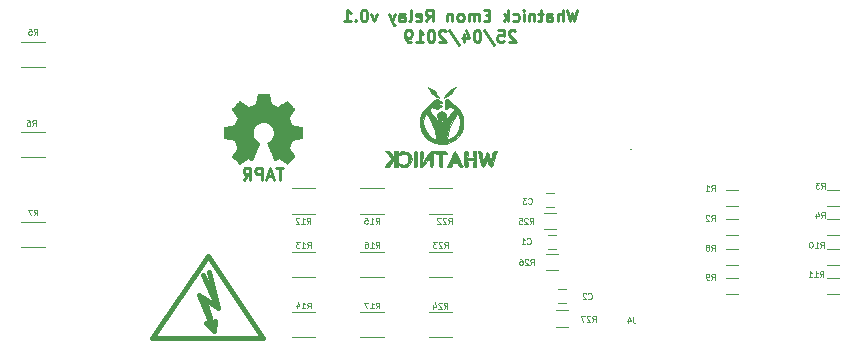
<source format=gbo>
G04 #@! TF.GenerationSoftware,KiCad,Pcbnew,(2018-02-15 revision 29b28de31)-makepkg*
G04 #@! TF.CreationDate,2019-05-03T22:38:47+03:00*
G04 #@! TF.ProjectId,din_power_atm90e26,64696E5F706F7765725F61746D393065,rev?*
G04 #@! TF.SameCoordinates,Original*
G04 #@! TF.FileFunction,Legend,Bot*
G04 #@! TF.FilePolarity,Positive*
%FSLAX46Y46*%
G04 Gerber Fmt 4.6, Leading zero omitted, Abs format (unit mm)*
G04 Created by KiCad (PCBNEW (2018-02-15 revision 29b28de31)-makepkg) date 05/03/19 22:38:47*
%MOMM*%
%LPD*%
G01*
G04 APERTURE LIST*
%ADD10C,0.250000*%
%ADD11C,0.381000*%
%ADD12C,0.127000*%
%ADD13C,0.010000*%
%ADD14C,0.120000*%
G04 APERTURE END LIST*
D10*
X138664285Y-62302380D02*
X138092857Y-62302380D01*
X138378571Y-63302380D02*
X138378571Y-62302380D01*
X137807142Y-63016666D02*
X137330952Y-63016666D01*
X137902380Y-63302380D02*
X137569047Y-62302380D01*
X137235714Y-63302380D01*
X136902380Y-63302380D02*
X136902380Y-62302380D01*
X136521428Y-62302380D01*
X136426190Y-62350000D01*
X136378571Y-62397619D01*
X136330952Y-62492857D01*
X136330952Y-62635714D01*
X136378571Y-62730952D01*
X136426190Y-62778571D01*
X136521428Y-62826190D01*
X136902380Y-62826190D01*
X135330952Y-63302380D02*
X135664285Y-62826190D01*
X135902380Y-63302380D02*
X135902380Y-62302380D01*
X135521428Y-62302380D01*
X135426190Y-62350000D01*
X135378571Y-62397619D01*
X135330952Y-62492857D01*
X135330952Y-62635714D01*
X135378571Y-62730952D01*
X135426190Y-62778571D01*
X135521428Y-62826190D01*
X135902380Y-62826190D01*
X163574761Y-48894780D02*
X163336666Y-49894780D01*
X163146190Y-49180495D01*
X162955714Y-49894780D01*
X162717619Y-48894780D01*
X162336666Y-49894780D02*
X162336666Y-48894780D01*
X161908095Y-49894780D02*
X161908095Y-49370971D01*
X161955714Y-49275733D01*
X162050952Y-49228114D01*
X162193809Y-49228114D01*
X162289047Y-49275733D01*
X162336666Y-49323352D01*
X161003333Y-49894780D02*
X161003333Y-49370971D01*
X161050952Y-49275733D01*
X161146190Y-49228114D01*
X161336666Y-49228114D01*
X161431904Y-49275733D01*
X161003333Y-49847161D02*
X161098571Y-49894780D01*
X161336666Y-49894780D01*
X161431904Y-49847161D01*
X161479523Y-49751923D01*
X161479523Y-49656685D01*
X161431904Y-49561447D01*
X161336666Y-49513828D01*
X161098571Y-49513828D01*
X161003333Y-49466209D01*
X160670000Y-49228114D02*
X160289047Y-49228114D01*
X160527142Y-48894780D02*
X160527142Y-49751923D01*
X160479523Y-49847161D01*
X160384285Y-49894780D01*
X160289047Y-49894780D01*
X159955714Y-49228114D02*
X159955714Y-49894780D01*
X159955714Y-49323352D02*
X159908095Y-49275733D01*
X159812857Y-49228114D01*
X159670000Y-49228114D01*
X159574761Y-49275733D01*
X159527142Y-49370971D01*
X159527142Y-49894780D01*
X159050952Y-49894780D02*
X159050952Y-49228114D01*
X159050952Y-48894780D02*
X159098571Y-48942400D01*
X159050952Y-48990019D01*
X159003333Y-48942400D01*
X159050952Y-48894780D01*
X159050952Y-48990019D01*
X158146190Y-49847161D02*
X158241428Y-49894780D01*
X158431904Y-49894780D01*
X158527142Y-49847161D01*
X158574761Y-49799542D01*
X158622380Y-49704304D01*
X158622380Y-49418590D01*
X158574761Y-49323352D01*
X158527142Y-49275733D01*
X158431904Y-49228114D01*
X158241428Y-49228114D01*
X158146190Y-49275733D01*
X157717619Y-49894780D02*
X157717619Y-48894780D01*
X157622380Y-49513828D02*
X157336666Y-49894780D01*
X157336666Y-49228114D02*
X157717619Y-49609066D01*
X156146190Y-49370971D02*
X155812857Y-49370971D01*
X155670000Y-49894780D02*
X156146190Y-49894780D01*
X156146190Y-48894780D01*
X155670000Y-48894780D01*
X155241428Y-49894780D02*
X155241428Y-49228114D01*
X155241428Y-49323352D02*
X155193809Y-49275733D01*
X155098571Y-49228114D01*
X154955714Y-49228114D01*
X154860476Y-49275733D01*
X154812857Y-49370971D01*
X154812857Y-49894780D01*
X154812857Y-49370971D02*
X154765238Y-49275733D01*
X154670000Y-49228114D01*
X154527142Y-49228114D01*
X154431904Y-49275733D01*
X154384285Y-49370971D01*
X154384285Y-49894780D01*
X153765238Y-49894780D02*
X153860476Y-49847161D01*
X153908095Y-49799542D01*
X153955714Y-49704304D01*
X153955714Y-49418590D01*
X153908095Y-49323352D01*
X153860476Y-49275733D01*
X153765238Y-49228114D01*
X153622380Y-49228114D01*
X153527142Y-49275733D01*
X153479523Y-49323352D01*
X153431904Y-49418590D01*
X153431904Y-49704304D01*
X153479523Y-49799542D01*
X153527142Y-49847161D01*
X153622380Y-49894780D01*
X153765238Y-49894780D01*
X153003333Y-49228114D02*
X153003333Y-49894780D01*
X153003333Y-49323352D02*
X152955714Y-49275733D01*
X152860476Y-49228114D01*
X152717619Y-49228114D01*
X152622380Y-49275733D01*
X152574761Y-49370971D01*
X152574761Y-49894780D01*
X150765238Y-49894780D02*
X151098571Y-49418590D01*
X151336666Y-49894780D02*
X151336666Y-48894780D01*
X150955714Y-48894780D01*
X150860476Y-48942400D01*
X150812857Y-48990019D01*
X150765238Y-49085257D01*
X150765238Y-49228114D01*
X150812857Y-49323352D01*
X150860476Y-49370971D01*
X150955714Y-49418590D01*
X151336666Y-49418590D01*
X149955714Y-49847161D02*
X150050952Y-49894780D01*
X150241428Y-49894780D01*
X150336666Y-49847161D01*
X150384285Y-49751923D01*
X150384285Y-49370971D01*
X150336666Y-49275733D01*
X150241428Y-49228114D01*
X150050952Y-49228114D01*
X149955714Y-49275733D01*
X149908095Y-49370971D01*
X149908095Y-49466209D01*
X150384285Y-49561447D01*
X149336666Y-49894780D02*
X149431904Y-49847161D01*
X149479523Y-49751923D01*
X149479523Y-48894780D01*
X148527142Y-49894780D02*
X148527142Y-49370971D01*
X148574761Y-49275733D01*
X148670000Y-49228114D01*
X148860476Y-49228114D01*
X148955714Y-49275733D01*
X148527142Y-49847161D02*
X148622380Y-49894780D01*
X148860476Y-49894780D01*
X148955714Y-49847161D01*
X149003333Y-49751923D01*
X149003333Y-49656685D01*
X148955714Y-49561447D01*
X148860476Y-49513828D01*
X148622380Y-49513828D01*
X148527142Y-49466209D01*
X148146190Y-49228114D02*
X147908095Y-49894780D01*
X147670000Y-49228114D02*
X147908095Y-49894780D01*
X148003333Y-50132876D01*
X148050952Y-50180495D01*
X148146190Y-50228114D01*
X146622380Y-49228114D02*
X146384285Y-49894780D01*
X146146190Y-49228114D01*
X145574761Y-48894780D02*
X145479523Y-48894780D01*
X145384285Y-48942400D01*
X145336666Y-48990019D01*
X145289047Y-49085257D01*
X145241428Y-49275733D01*
X145241428Y-49513828D01*
X145289047Y-49704304D01*
X145336666Y-49799542D01*
X145384285Y-49847161D01*
X145479523Y-49894780D01*
X145574761Y-49894780D01*
X145670000Y-49847161D01*
X145717619Y-49799542D01*
X145765238Y-49704304D01*
X145812857Y-49513828D01*
X145812857Y-49275733D01*
X145765238Y-49085257D01*
X145717619Y-48990019D01*
X145670000Y-48942400D01*
X145574761Y-48894780D01*
X144812857Y-49799542D02*
X144765238Y-49847161D01*
X144812857Y-49894780D01*
X144860476Y-49847161D01*
X144812857Y-49799542D01*
X144812857Y-49894780D01*
X143812857Y-49894780D02*
X144384285Y-49894780D01*
X144098571Y-49894780D02*
X144098571Y-48894780D01*
X144193809Y-49037638D01*
X144289047Y-49132876D01*
X144384285Y-49180495D01*
X158336666Y-50740019D02*
X158289047Y-50692400D01*
X158193809Y-50644780D01*
X157955714Y-50644780D01*
X157860476Y-50692400D01*
X157812857Y-50740019D01*
X157765238Y-50835257D01*
X157765238Y-50930495D01*
X157812857Y-51073352D01*
X158384285Y-51644780D01*
X157765238Y-51644780D01*
X156860476Y-50644780D02*
X157336666Y-50644780D01*
X157384285Y-51120971D01*
X157336666Y-51073352D01*
X157241428Y-51025733D01*
X157003333Y-51025733D01*
X156908095Y-51073352D01*
X156860476Y-51120971D01*
X156812857Y-51216209D01*
X156812857Y-51454304D01*
X156860476Y-51549542D01*
X156908095Y-51597161D01*
X157003333Y-51644780D01*
X157241428Y-51644780D01*
X157336666Y-51597161D01*
X157384285Y-51549542D01*
X155670000Y-50597161D02*
X156527142Y-51882876D01*
X155146190Y-50644780D02*
X155050952Y-50644780D01*
X154955714Y-50692400D01*
X154908095Y-50740019D01*
X154860476Y-50835257D01*
X154812857Y-51025733D01*
X154812857Y-51263828D01*
X154860476Y-51454304D01*
X154908095Y-51549542D01*
X154955714Y-51597161D01*
X155050952Y-51644780D01*
X155146190Y-51644780D01*
X155241428Y-51597161D01*
X155289047Y-51549542D01*
X155336666Y-51454304D01*
X155384285Y-51263828D01*
X155384285Y-51025733D01*
X155336666Y-50835257D01*
X155289047Y-50740019D01*
X155241428Y-50692400D01*
X155146190Y-50644780D01*
X153955714Y-50978114D02*
X153955714Y-51644780D01*
X154193809Y-50597161D02*
X154431904Y-51311447D01*
X153812857Y-51311447D01*
X152717619Y-50597161D02*
X153574761Y-51882876D01*
X152431904Y-50740019D02*
X152384285Y-50692400D01*
X152289047Y-50644780D01*
X152050952Y-50644780D01*
X151955714Y-50692400D01*
X151908095Y-50740019D01*
X151860476Y-50835257D01*
X151860476Y-50930495D01*
X151908095Y-51073352D01*
X152479523Y-51644780D01*
X151860476Y-51644780D01*
X151241428Y-50644780D02*
X151146190Y-50644780D01*
X151050952Y-50692400D01*
X151003333Y-50740019D01*
X150955714Y-50835257D01*
X150908095Y-51025733D01*
X150908095Y-51263828D01*
X150955714Y-51454304D01*
X151003333Y-51549542D01*
X151050952Y-51597161D01*
X151146190Y-51644780D01*
X151241428Y-51644780D01*
X151336666Y-51597161D01*
X151384285Y-51549542D01*
X151431904Y-51454304D01*
X151479523Y-51263828D01*
X151479523Y-51025733D01*
X151431904Y-50835257D01*
X151384285Y-50740019D01*
X151336666Y-50692400D01*
X151241428Y-50644780D01*
X149955714Y-51644780D02*
X150527142Y-51644780D01*
X150241428Y-51644780D02*
X150241428Y-50644780D01*
X150336666Y-50787638D01*
X150431904Y-50882876D01*
X150527142Y-50930495D01*
X149479523Y-51644780D02*
X149289047Y-51644780D01*
X149193809Y-51597161D01*
X149146190Y-51549542D01*
X149050952Y-51406685D01*
X149003333Y-51216209D01*
X149003333Y-50835257D01*
X149050952Y-50740019D01*
X149098571Y-50692400D01*
X149193809Y-50644780D01*
X149384285Y-50644780D01*
X149479523Y-50692400D01*
X149527142Y-50740019D01*
X149574761Y-50835257D01*
X149574761Y-51073352D01*
X149527142Y-51168590D01*
X149479523Y-51216209D01*
X149384285Y-51263828D01*
X149193809Y-51263828D01*
X149098571Y-51216209D01*
X149050952Y-51168590D01*
X149003333Y-51073352D01*
D11*
X136988000Y-76738000D02*
X132289000Y-69753000D01*
X127590000Y-76738000D02*
X136988000Y-76738000D01*
X132289000Y-69753000D02*
X127590000Y-76738000D01*
X132786840Y-76143640D02*
X132888440Y-75244480D01*
X131989280Y-73344560D02*
X132786840Y-76143640D01*
X133188160Y-74144660D02*
X131989280Y-73344560D01*
X132388060Y-71144920D02*
X133188160Y-74144660D01*
X132786840Y-76143640D02*
X132187400Y-75445140D01*
X133188160Y-74144660D02*
X131887680Y-71343040D01*
X131587960Y-73044840D02*
X132187400Y-73443620D01*
X132786840Y-76143640D02*
X131587960Y-73044840D01*
D12*
X168128000Y-60717400D02*
X168128000Y-60717400D01*
X168128000Y-60717400D02*
X168128000Y-60717400D01*
X168128000Y-60717400D02*
X168128000Y-60717400D01*
X168128000Y-60717400D02*
X168128000Y-60717400D01*
X168128000Y-60717400D02*
X168128000Y-60717400D01*
X168128000Y-60717400D02*
X168128000Y-60717400D01*
X168128000Y-60717400D02*
X168128000Y-60717400D01*
X168128000Y-60717400D02*
X168128000Y-60717400D01*
D13*
G36*
X136444186Y-56468931D02*
X136360365Y-56913555D01*
X136051080Y-57041053D01*
X135741794Y-57168551D01*
X135370754Y-56916246D01*
X135266843Y-56845996D01*
X135172913Y-56783272D01*
X135093348Y-56730938D01*
X135032530Y-56691857D01*
X134994843Y-56668893D01*
X134984579Y-56663942D01*
X134966090Y-56676676D01*
X134926580Y-56711882D01*
X134870478Y-56765062D01*
X134802213Y-56831718D01*
X134726214Y-56907354D01*
X134646908Y-56987472D01*
X134568725Y-57067574D01*
X134496093Y-57143164D01*
X134433441Y-57209745D01*
X134385197Y-57262818D01*
X134355790Y-57297887D01*
X134348759Y-57309623D01*
X134358877Y-57331260D01*
X134387241Y-57378662D01*
X134430871Y-57447193D01*
X134486782Y-57532215D01*
X134551994Y-57629093D01*
X134589781Y-57684350D01*
X134658657Y-57785248D01*
X134719860Y-57876299D01*
X134770422Y-57952970D01*
X134807372Y-58010728D01*
X134827742Y-58045043D01*
X134830803Y-58052254D01*
X134823864Y-58072748D01*
X134804949Y-58120513D01*
X134776913Y-58188832D01*
X134742609Y-58270989D01*
X134704891Y-58360270D01*
X134666613Y-58449958D01*
X134630630Y-58533338D01*
X134599794Y-58603694D01*
X134576961Y-58654310D01*
X134564983Y-58678471D01*
X134564276Y-58679422D01*
X134545469Y-58684036D01*
X134495382Y-58694328D01*
X134419207Y-58709287D01*
X134322135Y-58727901D01*
X134209357Y-58749159D01*
X134143558Y-58761418D01*
X134023050Y-58784362D01*
X133914203Y-58806195D01*
X133822524Y-58825722D01*
X133753519Y-58841748D01*
X133712696Y-58853079D01*
X133704489Y-58856674D01*
X133696452Y-58881006D01*
X133689967Y-58935959D01*
X133685030Y-59015108D01*
X133681636Y-59112026D01*
X133679782Y-59220287D01*
X133679462Y-59333465D01*
X133680673Y-59445135D01*
X133683410Y-59548868D01*
X133687669Y-59638241D01*
X133693445Y-59706826D01*
X133700733Y-59748197D01*
X133705105Y-59756810D01*
X133731236Y-59767133D01*
X133786607Y-59781892D01*
X133863893Y-59799352D01*
X133955770Y-59817780D01*
X133987842Y-59823741D01*
X134142476Y-59852066D01*
X134264625Y-59874876D01*
X134358327Y-59893080D01*
X134427616Y-59907583D01*
X134476529Y-59919292D01*
X134509103Y-59929115D01*
X134529372Y-59937956D01*
X134541374Y-59946724D01*
X134543053Y-59948457D01*
X134559816Y-59976371D01*
X134585386Y-60030695D01*
X134617212Y-60104777D01*
X134652740Y-60191965D01*
X134689417Y-60285608D01*
X134724689Y-60379052D01*
X134756004Y-60465647D01*
X134780807Y-60538740D01*
X134796546Y-60591678D01*
X134800668Y-60617811D01*
X134800324Y-60618726D01*
X134786359Y-60640086D01*
X134754678Y-60687084D01*
X134708609Y-60754827D01*
X134651482Y-60838423D01*
X134586627Y-60932982D01*
X134568157Y-60959854D01*
X134502301Y-61057275D01*
X134444350Y-61146163D01*
X134397462Y-61221412D01*
X134364793Y-61277920D01*
X134349500Y-61310581D01*
X134348759Y-61314593D01*
X134361608Y-61335684D01*
X134397112Y-61377464D01*
X134450707Y-61435445D01*
X134517829Y-61505135D01*
X134593913Y-61582045D01*
X134674396Y-61661683D01*
X134754713Y-61739561D01*
X134830301Y-61811186D01*
X134896595Y-61872070D01*
X134949031Y-61917721D01*
X134983045Y-61943650D01*
X134992455Y-61947883D01*
X135014357Y-61937912D01*
X135059200Y-61911020D01*
X135119679Y-61871736D01*
X135166211Y-61840117D01*
X135250525Y-61782098D01*
X135350374Y-61713784D01*
X135450527Y-61645579D01*
X135504373Y-61609075D01*
X135686629Y-61485800D01*
X135839619Y-61568520D01*
X135909318Y-61604759D01*
X135968586Y-61632926D01*
X136008689Y-61648991D01*
X136018897Y-61651226D01*
X136031171Y-61634722D01*
X136055387Y-61588082D01*
X136089737Y-61515609D01*
X136132412Y-61421606D01*
X136181606Y-61310374D01*
X136235510Y-61186215D01*
X136292316Y-61053432D01*
X136350218Y-60916327D01*
X136407407Y-60779202D01*
X136462076Y-60646358D01*
X136512416Y-60522098D01*
X136556620Y-60410725D01*
X136592881Y-60316539D01*
X136619391Y-60243844D01*
X136634342Y-60196941D01*
X136636746Y-60180833D01*
X136617689Y-60160286D01*
X136575964Y-60126933D01*
X136520294Y-60087702D01*
X136515622Y-60084599D01*
X136371736Y-59969423D01*
X136255717Y-59835053D01*
X136168570Y-59685784D01*
X136111301Y-59525913D01*
X136084914Y-59359737D01*
X136090415Y-59191552D01*
X136128810Y-59025655D01*
X136201105Y-58866342D01*
X136222374Y-58831487D01*
X136333004Y-58690737D01*
X136463698Y-58577714D01*
X136609936Y-58493003D01*
X136767192Y-58437194D01*
X136930943Y-58410874D01*
X137096667Y-58414630D01*
X137259838Y-58449050D01*
X137415935Y-58514723D01*
X137560433Y-58612235D01*
X137605131Y-58651813D01*
X137718888Y-58775703D01*
X137801782Y-58906124D01*
X137858644Y-59052315D01*
X137890313Y-59197088D01*
X137898131Y-59359860D01*
X137872062Y-59523440D01*
X137814755Y-59682298D01*
X137728856Y-59830906D01*
X137617014Y-59963735D01*
X137481877Y-60075256D01*
X137464117Y-60087011D01*
X137407850Y-60125508D01*
X137365077Y-60158863D01*
X137344628Y-60180160D01*
X137344331Y-60180833D01*
X137348721Y-60203871D01*
X137366124Y-60256157D01*
X137394732Y-60333390D01*
X137432735Y-60431268D01*
X137478326Y-60545491D01*
X137529697Y-60671758D01*
X137585038Y-60805767D01*
X137642542Y-60943218D01*
X137700399Y-61079808D01*
X137756802Y-61211237D01*
X137809942Y-61333205D01*
X137858010Y-61441409D01*
X137899199Y-61531549D01*
X137931699Y-61599323D01*
X137953703Y-61640430D01*
X137962564Y-61651226D01*
X137989640Y-61642819D01*
X138040303Y-61620272D01*
X138105817Y-61587613D01*
X138141841Y-61568520D01*
X138294832Y-61485800D01*
X138477088Y-61609075D01*
X138570125Y-61672228D01*
X138671985Y-61741727D01*
X138767438Y-61807165D01*
X138815250Y-61840117D01*
X138882495Y-61885273D01*
X138939436Y-61921057D01*
X138978646Y-61942938D01*
X138991381Y-61947563D01*
X139009917Y-61935085D01*
X139050941Y-61900252D01*
X139110475Y-61846678D01*
X139184542Y-61777983D01*
X139269165Y-61697781D01*
X139322685Y-61646286D01*
X139416319Y-61554286D01*
X139497241Y-61471999D01*
X139562177Y-61402945D01*
X139607858Y-61350644D01*
X139631011Y-61318616D01*
X139633232Y-61312116D01*
X139622924Y-61287394D01*
X139594439Y-61237405D01*
X139550937Y-61167212D01*
X139495577Y-61081875D01*
X139431520Y-60986456D01*
X139413303Y-60959854D01*
X139346927Y-60863167D01*
X139287378Y-60776117D01*
X139237984Y-60703595D01*
X139202075Y-60650493D01*
X139182981Y-60621703D01*
X139181136Y-60618726D01*
X139183895Y-60595782D01*
X139198538Y-60545336D01*
X139222513Y-60474041D01*
X139253266Y-60388547D01*
X139288244Y-60295507D01*
X139324893Y-60201574D01*
X139360661Y-60113399D01*
X139392994Y-60037634D01*
X139419338Y-59980931D01*
X139437142Y-59949943D01*
X139438407Y-59948457D01*
X139449294Y-59939601D01*
X139467682Y-59930843D01*
X139497606Y-59921277D01*
X139543103Y-59909996D01*
X139608209Y-59896093D01*
X139696961Y-59878663D01*
X139813393Y-59856798D01*
X139961542Y-59829591D01*
X139993618Y-59823741D01*
X140088686Y-59805374D01*
X140171565Y-59787405D01*
X140234930Y-59771569D01*
X140271458Y-59759600D01*
X140276356Y-59756810D01*
X140284427Y-59732072D01*
X140290987Y-59676790D01*
X140296033Y-59597389D01*
X140299559Y-59500296D01*
X140301561Y-59391938D01*
X140302036Y-59278740D01*
X140300977Y-59167128D01*
X140298382Y-59063529D01*
X140294246Y-58974368D01*
X140288563Y-58906072D01*
X140281331Y-58865066D01*
X140276971Y-58856674D01*
X140252698Y-58848208D01*
X140197426Y-58834435D01*
X140116662Y-58816550D01*
X140015912Y-58795748D01*
X139900683Y-58773223D01*
X139837902Y-58761418D01*
X139718787Y-58739151D01*
X139612565Y-58718979D01*
X139524427Y-58701915D01*
X139459566Y-58688969D01*
X139423174Y-58681155D01*
X139417184Y-58679422D01*
X139407061Y-58659890D01*
X139385662Y-58612843D01*
X139355839Y-58545003D01*
X139320445Y-58463091D01*
X139282332Y-58373828D01*
X139244353Y-58283935D01*
X139209360Y-58200135D01*
X139180206Y-58129147D01*
X139159743Y-58077694D01*
X139150823Y-58052497D01*
X139150657Y-58051396D01*
X139160769Y-58031519D01*
X139189117Y-57985777D01*
X139232723Y-57918717D01*
X139288606Y-57834884D01*
X139353787Y-57738826D01*
X139391679Y-57683650D01*
X139460725Y-57582481D01*
X139522050Y-57490630D01*
X139572663Y-57412744D01*
X139609571Y-57353469D01*
X139629782Y-57317451D01*
X139632701Y-57309377D01*
X139620153Y-57290584D01*
X139585463Y-57250457D01*
X139533063Y-57193493D01*
X139467384Y-57124185D01*
X139392856Y-57047031D01*
X139313913Y-56966525D01*
X139234983Y-56887163D01*
X139160500Y-56813440D01*
X139094894Y-56749852D01*
X139042596Y-56700894D01*
X139008039Y-56671061D01*
X138996478Y-56663942D01*
X138977654Y-56673953D01*
X138932631Y-56702078D01*
X138865787Y-56745454D01*
X138781499Y-56801218D01*
X138684144Y-56866506D01*
X138610707Y-56916246D01*
X138239667Y-57168551D01*
X137621095Y-56913555D01*
X137537275Y-56468931D01*
X137453454Y-56024307D01*
X136528006Y-56024307D01*
X136444186Y-56468931D01*
X136444186Y-56468931D01*
G37*
X136444186Y-56468931D02*
X136360365Y-56913555D01*
X136051080Y-57041053D01*
X135741794Y-57168551D01*
X135370754Y-56916246D01*
X135266843Y-56845996D01*
X135172913Y-56783272D01*
X135093348Y-56730938D01*
X135032530Y-56691857D01*
X134994843Y-56668893D01*
X134984579Y-56663942D01*
X134966090Y-56676676D01*
X134926580Y-56711882D01*
X134870478Y-56765062D01*
X134802213Y-56831718D01*
X134726214Y-56907354D01*
X134646908Y-56987472D01*
X134568725Y-57067574D01*
X134496093Y-57143164D01*
X134433441Y-57209745D01*
X134385197Y-57262818D01*
X134355790Y-57297887D01*
X134348759Y-57309623D01*
X134358877Y-57331260D01*
X134387241Y-57378662D01*
X134430871Y-57447193D01*
X134486782Y-57532215D01*
X134551994Y-57629093D01*
X134589781Y-57684350D01*
X134658657Y-57785248D01*
X134719860Y-57876299D01*
X134770422Y-57952970D01*
X134807372Y-58010728D01*
X134827742Y-58045043D01*
X134830803Y-58052254D01*
X134823864Y-58072748D01*
X134804949Y-58120513D01*
X134776913Y-58188832D01*
X134742609Y-58270989D01*
X134704891Y-58360270D01*
X134666613Y-58449958D01*
X134630630Y-58533338D01*
X134599794Y-58603694D01*
X134576961Y-58654310D01*
X134564983Y-58678471D01*
X134564276Y-58679422D01*
X134545469Y-58684036D01*
X134495382Y-58694328D01*
X134419207Y-58709287D01*
X134322135Y-58727901D01*
X134209357Y-58749159D01*
X134143558Y-58761418D01*
X134023050Y-58784362D01*
X133914203Y-58806195D01*
X133822524Y-58825722D01*
X133753519Y-58841748D01*
X133712696Y-58853079D01*
X133704489Y-58856674D01*
X133696452Y-58881006D01*
X133689967Y-58935959D01*
X133685030Y-59015108D01*
X133681636Y-59112026D01*
X133679782Y-59220287D01*
X133679462Y-59333465D01*
X133680673Y-59445135D01*
X133683410Y-59548868D01*
X133687669Y-59638241D01*
X133693445Y-59706826D01*
X133700733Y-59748197D01*
X133705105Y-59756810D01*
X133731236Y-59767133D01*
X133786607Y-59781892D01*
X133863893Y-59799352D01*
X133955770Y-59817780D01*
X133987842Y-59823741D01*
X134142476Y-59852066D01*
X134264625Y-59874876D01*
X134358327Y-59893080D01*
X134427616Y-59907583D01*
X134476529Y-59919292D01*
X134509103Y-59929115D01*
X134529372Y-59937956D01*
X134541374Y-59946724D01*
X134543053Y-59948457D01*
X134559816Y-59976371D01*
X134585386Y-60030695D01*
X134617212Y-60104777D01*
X134652740Y-60191965D01*
X134689417Y-60285608D01*
X134724689Y-60379052D01*
X134756004Y-60465647D01*
X134780807Y-60538740D01*
X134796546Y-60591678D01*
X134800668Y-60617811D01*
X134800324Y-60618726D01*
X134786359Y-60640086D01*
X134754678Y-60687084D01*
X134708609Y-60754827D01*
X134651482Y-60838423D01*
X134586627Y-60932982D01*
X134568157Y-60959854D01*
X134502301Y-61057275D01*
X134444350Y-61146163D01*
X134397462Y-61221412D01*
X134364793Y-61277920D01*
X134349500Y-61310581D01*
X134348759Y-61314593D01*
X134361608Y-61335684D01*
X134397112Y-61377464D01*
X134450707Y-61435445D01*
X134517829Y-61505135D01*
X134593913Y-61582045D01*
X134674396Y-61661683D01*
X134754713Y-61739561D01*
X134830301Y-61811186D01*
X134896595Y-61872070D01*
X134949031Y-61917721D01*
X134983045Y-61943650D01*
X134992455Y-61947883D01*
X135014357Y-61937912D01*
X135059200Y-61911020D01*
X135119679Y-61871736D01*
X135166211Y-61840117D01*
X135250525Y-61782098D01*
X135350374Y-61713784D01*
X135450527Y-61645579D01*
X135504373Y-61609075D01*
X135686629Y-61485800D01*
X135839619Y-61568520D01*
X135909318Y-61604759D01*
X135968586Y-61632926D01*
X136008689Y-61648991D01*
X136018897Y-61651226D01*
X136031171Y-61634722D01*
X136055387Y-61588082D01*
X136089737Y-61515609D01*
X136132412Y-61421606D01*
X136181606Y-61310374D01*
X136235510Y-61186215D01*
X136292316Y-61053432D01*
X136350218Y-60916327D01*
X136407407Y-60779202D01*
X136462076Y-60646358D01*
X136512416Y-60522098D01*
X136556620Y-60410725D01*
X136592881Y-60316539D01*
X136619391Y-60243844D01*
X136634342Y-60196941D01*
X136636746Y-60180833D01*
X136617689Y-60160286D01*
X136575964Y-60126933D01*
X136520294Y-60087702D01*
X136515622Y-60084599D01*
X136371736Y-59969423D01*
X136255717Y-59835053D01*
X136168570Y-59685784D01*
X136111301Y-59525913D01*
X136084914Y-59359737D01*
X136090415Y-59191552D01*
X136128810Y-59025655D01*
X136201105Y-58866342D01*
X136222374Y-58831487D01*
X136333004Y-58690737D01*
X136463698Y-58577714D01*
X136609936Y-58493003D01*
X136767192Y-58437194D01*
X136930943Y-58410874D01*
X137096667Y-58414630D01*
X137259838Y-58449050D01*
X137415935Y-58514723D01*
X137560433Y-58612235D01*
X137605131Y-58651813D01*
X137718888Y-58775703D01*
X137801782Y-58906124D01*
X137858644Y-59052315D01*
X137890313Y-59197088D01*
X137898131Y-59359860D01*
X137872062Y-59523440D01*
X137814755Y-59682298D01*
X137728856Y-59830906D01*
X137617014Y-59963735D01*
X137481877Y-60075256D01*
X137464117Y-60087011D01*
X137407850Y-60125508D01*
X137365077Y-60158863D01*
X137344628Y-60180160D01*
X137344331Y-60180833D01*
X137348721Y-60203871D01*
X137366124Y-60256157D01*
X137394732Y-60333390D01*
X137432735Y-60431268D01*
X137478326Y-60545491D01*
X137529697Y-60671758D01*
X137585038Y-60805767D01*
X137642542Y-60943218D01*
X137700399Y-61079808D01*
X137756802Y-61211237D01*
X137809942Y-61333205D01*
X137858010Y-61441409D01*
X137899199Y-61531549D01*
X137931699Y-61599323D01*
X137953703Y-61640430D01*
X137962564Y-61651226D01*
X137989640Y-61642819D01*
X138040303Y-61620272D01*
X138105817Y-61587613D01*
X138141841Y-61568520D01*
X138294832Y-61485800D01*
X138477088Y-61609075D01*
X138570125Y-61672228D01*
X138671985Y-61741727D01*
X138767438Y-61807165D01*
X138815250Y-61840117D01*
X138882495Y-61885273D01*
X138939436Y-61921057D01*
X138978646Y-61942938D01*
X138991381Y-61947563D01*
X139009917Y-61935085D01*
X139050941Y-61900252D01*
X139110475Y-61846678D01*
X139184542Y-61777983D01*
X139269165Y-61697781D01*
X139322685Y-61646286D01*
X139416319Y-61554286D01*
X139497241Y-61471999D01*
X139562177Y-61402945D01*
X139607858Y-61350644D01*
X139631011Y-61318616D01*
X139633232Y-61312116D01*
X139622924Y-61287394D01*
X139594439Y-61237405D01*
X139550937Y-61167212D01*
X139495577Y-61081875D01*
X139431520Y-60986456D01*
X139413303Y-60959854D01*
X139346927Y-60863167D01*
X139287378Y-60776117D01*
X139237984Y-60703595D01*
X139202075Y-60650493D01*
X139182981Y-60621703D01*
X139181136Y-60618726D01*
X139183895Y-60595782D01*
X139198538Y-60545336D01*
X139222513Y-60474041D01*
X139253266Y-60388547D01*
X139288244Y-60295507D01*
X139324893Y-60201574D01*
X139360661Y-60113399D01*
X139392994Y-60037634D01*
X139419338Y-59980931D01*
X139437142Y-59949943D01*
X139438407Y-59948457D01*
X139449294Y-59939601D01*
X139467682Y-59930843D01*
X139497606Y-59921277D01*
X139543103Y-59909996D01*
X139608209Y-59896093D01*
X139696961Y-59878663D01*
X139813393Y-59856798D01*
X139961542Y-59829591D01*
X139993618Y-59823741D01*
X140088686Y-59805374D01*
X140171565Y-59787405D01*
X140234930Y-59771569D01*
X140271458Y-59759600D01*
X140276356Y-59756810D01*
X140284427Y-59732072D01*
X140290987Y-59676790D01*
X140296033Y-59597389D01*
X140299559Y-59500296D01*
X140301561Y-59391938D01*
X140302036Y-59278740D01*
X140300977Y-59167128D01*
X140298382Y-59063529D01*
X140294246Y-58974368D01*
X140288563Y-58906072D01*
X140281331Y-58865066D01*
X140276971Y-58856674D01*
X140252698Y-58848208D01*
X140197426Y-58834435D01*
X140116662Y-58816550D01*
X140015912Y-58795748D01*
X139900683Y-58773223D01*
X139837902Y-58761418D01*
X139718787Y-58739151D01*
X139612565Y-58718979D01*
X139524427Y-58701915D01*
X139459566Y-58688969D01*
X139423174Y-58681155D01*
X139417184Y-58679422D01*
X139407061Y-58659890D01*
X139385662Y-58612843D01*
X139355839Y-58545003D01*
X139320445Y-58463091D01*
X139282332Y-58373828D01*
X139244353Y-58283935D01*
X139209360Y-58200135D01*
X139180206Y-58129147D01*
X139159743Y-58077694D01*
X139150823Y-58052497D01*
X139150657Y-58051396D01*
X139160769Y-58031519D01*
X139189117Y-57985777D01*
X139232723Y-57918717D01*
X139288606Y-57834884D01*
X139353787Y-57738826D01*
X139391679Y-57683650D01*
X139460725Y-57582481D01*
X139522050Y-57490630D01*
X139572663Y-57412744D01*
X139609571Y-57353469D01*
X139629782Y-57317451D01*
X139632701Y-57309377D01*
X139620153Y-57290584D01*
X139585463Y-57250457D01*
X139533063Y-57193493D01*
X139467384Y-57124185D01*
X139392856Y-57047031D01*
X139313913Y-56966525D01*
X139234983Y-56887163D01*
X139160500Y-56813440D01*
X139094894Y-56749852D01*
X139042596Y-56700894D01*
X139008039Y-56671061D01*
X138996478Y-56663942D01*
X138977654Y-56673953D01*
X138932631Y-56702078D01*
X138865787Y-56745454D01*
X138781499Y-56801218D01*
X138684144Y-56866506D01*
X138610707Y-56916246D01*
X138239667Y-57168551D01*
X137621095Y-56913555D01*
X137537275Y-56468931D01*
X137453454Y-56024307D01*
X136528006Y-56024307D01*
X136444186Y-56468931D01*
D14*
X184700000Y-65505000D02*
X185700000Y-65505000D01*
X185700000Y-64145000D02*
X184700000Y-64145000D01*
X184700000Y-73005000D02*
X185700000Y-73005000D01*
X185700000Y-71645000D02*
X184700000Y-71645000D01*
X184700000Y-70505000D02*
X185700000Y-70505000D01*
X185700000Y-69145000D02*
X184700000Y-69145000D01*
X177200000Y-71645000D02*
X176200000Y-71645000D01*
X176200000Y-73005000D02*
X177200000Y-73005000D01*
X177200000Y-69145000D02*
X176200000Y-69145000D01*
X176200000Y-70505000D02*
X177200000Y-70505000D01*
X177200000Y-66645000D02*
X176200000Y-66645000D01*
X176200000Y-68005000D02*
X177200000Y-68005000D01*
X185700000Y-66645000D02*
X184700000Y-66645000D01*
X184700000Y-68005000D02*
X185700000Y-68005000D01*
X177200000Y-64145000D02*
X176200000Y-64145000D01*
X176200000Y-65505000D02*
X177200000Y-65505000D01*
X147200000Y-64030000D02*
X145200000Y-64030000D01*
X145200000Y-66170000D02*
X147200000Y-66170000D01*
X153000000Y-74480000D02*
X151000000Y-74480000D01*
X151000000Y-76620000D02*
X153000000Y-76620000D01*
X151000000Y-71520000D02*
X153000000Y-71520000D01*
X153000000Y-69380000D02*
X151000000Y-69380000D01*
X151000000Y-66170000D02*
X153000000Y-66170000D01*
X153000000Y-64030000D02*
X151000000Y-64030000D01*
X145200000Y-76620000D02*
X147200000Y-76620000D01*
X147200000Y-74480000D02*
X145200000Y-74480000D01*
X147200000Y-69380000D02*
X145200000Y-69380000D01*
X145200000Y-71520000D02*
X147200000Y-71520000D01*
X139400000Y-71520000D02*
X141400000Y-71520000D01*
X141400000Y-69380000D02*
X139400000Y-69380000D01*
X141400000Y-74480000D02*
X139400000Y-74480000D01*
X139400000Y-76620000D02*
X141400000Y-76620000D01*
D13*
G36*
X155189967Y-60900986D02*
X155177412Y-60982220D01*
X155188411Y-61024875D01*
X155223829Y-61151354D01*
X155281098Y-61361273D01*
X155349515Y-61615312D01*
X155369914Y-61691625D01*
X155462672Y-61993069D01*
X155548898Y-62169439D01*
X155632272Y-62222245D01*
X155716477Y-62153001D01*
X155805194Y-61963220D01*
X155833532Y-61882125D01*
X155944270Y-61548750D01*
X156050455Y-61866250D01*
X156146008Y-62095617D01*
X156237310Y-62198071D01*
X156325109Y-62173590D01*
X156410155Y-62022154D01*
X156464639Y-61854460D01*
X156539523Y-61593171D01*
X156618487Y-61330099D01*
X156658100Y-61204063D01*
X156711910Y-61033617D01*
X156744518Y-60922631D01*
X156749000Y-60902438D01*
X156694426Y-60887124D01*
X156588258Y-60882000D01*
X156489541Y-60890694D01*
X156426950Y-60934640D01*
X156385896Y-61040629D01*
X156351792Y-61235454D01*
X156336916Y-61343604D01*
X156303461Y-61511535D01*
X156262961Y-61605060D01*
X156241090Y-61612305D01*
X156194699Y-61536966D01*
X156131852Y-61377402D01*
X156082180Y-61221611D01*
X156020187Y-61041931D01*
X155963690Y-60934832D01*
X155930487Y-60921159D01*
X155886589Y-61007822D01*
X155820979Y-61176456D01*
X155760097Y-61353701D01*
X155637750Y-61730152D01*
X155544280Y-61306076D01*
X155489798Y-61079966D01*
X155441181Y-60951957D01*
X155382760Y-60894989D01*
X155298868Y-60882000D01*
X155298749Y-60882000D01*
X155189967Y-60900986D01*
X155189967Y-60900986D01*
G37*
X155189967Y-60900986D02*
X155177412Y-60982220D01*
X155188411Y-61024875D01*
X155223829Y-61151354D01*
X155281098Y-61361273D01*
X155349515Y-61615312D01*
X155369914Y-61691625D01*
X155462672Y-61993069D01*
X155548898Y-62169439D01*
X155632272Y-62222245D01*
X155716477Y-62153001D01*
X155805194Y-61963220D01*
X155833532Y-61882125D01*
X155944270Y-61548750D01*
X156050455Y-61866250D01*
X156146008Y-62095617D01*
X156237310Y-62198071D01*
X156325109Y-62173590D01*
X156410155Y-62022154D01*
X156464639Y-61854460D01*
X156539523Y-61593171D01*
X156618487Y-61330099D01*
X156658100Y-61204063D01*
X156711910Y-61033617D01*
X156744518Y-60922631D01*
X156749000Y-60902438D01*
X156694426Y-60887124D01*
X156588258Y-60882000D01*
X156489541Y-60890694D01*
X156426950Y-60934640D01*
X156385896Y-61040629D01*
X156351792Y-61235454D01*
X156336916Y-61343604D01*
X156303461Y-61511535D01*
X156262961Y-61605060D01*
X156241090Y-61612305D01*
X156194699Y-61536966D01*
X156131852Y-61377402D01*
X156082180Y-61221611D01*
X156020187Y-61041931D01*
X155963690Y-60934832D01*
X155930487Y-60921159D01*
X155886589Y-61007822D01*
X155820979Y-61176456D01*
X155760097Y-61353701D01*
X155637750Y-61730152D01*
X155544280Y-61306076D01*
X155489798Y-61079966D01*
X155441181Y-60951957D01*
X155382760Y-60894989D01*
X155298868Y-60882000D01*
X155298749Y-60882000D01*
X155189967Y-60900986D01*
G36*
X154102282Y-60886458D02*
X154058744Y-60914917D01*
X154033715Y-60990000D01*
X154022071Y-61134331D01*
X154018692Y-61370534D01*
X154018500Y-61548750D01*
X154019510Y-61845433D01*
X154025953Y-62037741D01*
X154042951Y-62148298D01*
X154075627Y-62199727D01*
X154129103Y-62214653D01*
X154169450Y-62215500D01*
X154260942Y-62205299D01*
X154299081Y-62152216D01*
X154297881Y-62022524D01*
X154288192Y-61929750D01*
X154255984Y-61644000D01*
X154797017Y-61644000D01*
X154764809Y-61929750D01*
X154750430Y-62105121D01*
X154769058Y-62188645D01*
X154834705Y-62214046D01*
X154883551Y-62215500D01*
X154950719Y-62211041D01*
X154994257Y-62182582D01*
X155019286Y-62107499D01*
X155030930Y-61963168D01*
X155034309Y-61726965D01*
X155034500Y-61548750D01*
X155033491Y-61252066D01*
X155027048Y-61059758D01*
X155010050Y-60949201D01*
X154977374Y-60897772D01*
X154923898Y-60882846D01*
X154883551Y-60882000D01*
X154792059Y-60892200D01*
X154753920Y-60945283D01*
X154755120Y-61074975D01*
X154764809Y-61167750D01*
X154797017Y-61453500D01*
X154255984Y-61453500D01*
X154288192Y-61167750D01*
X154302571Y-60992378D01*
X154283943Y-60908854D01*
X154218296Y-60883453D01*
X154169450Y-60882000D01*
X154102282Y-60886458D01*
X154102282Y-60886458D01*
G37*
X154102282Y-60886458D02*
X154058744Y-60914917D01*
X154033715Y-60990000D01*
X154022071Y-61134331D01*
X154018692Y-61370534D01*
X154018500Y-61548750D01*
X154019510Y-61845433D01*
X154025953Y-62037741D01*
X154042951Y-62148298D01*
X154075627Y-62199727D01*
X154129103Y-62214653D01*
X154169450Y-62215500D01*
X154260942Y-62205299D01*
X154299081Y-62152216D01*
X154297881Y-62022524D01*
X154288192Y-61929750D01*
X154255984Y-61644000D01*
X154797017Y-61644000D01*
X154764809Y-61929750D01*
X154750430Y-62105121D01*
X154769058Y-62188645D01*
X154834705Y-62214046D01*
X154883551Y-62215500D01*
X154950719Y-62211041D01*
X154994257Y-62182582D01*
X155019286Y-62107499D01*
X155030930Y-61963168D01*
X155034309Y-61726965D01*
X155034500Y-61548750D01*
X155033491Y-61252066D01*
X155027048Y-61059758D01*
X155010050Y-60949201D01*
X154977374Y-60897772D01*
X154923898Y-60882846D01*
X154883551Y-60882000D01*
X154792059Y-60892200D01*
X154753920Y-60945283D01*
X154755120Y-61074975D01*
X154764809Y-61167750D01*
X154797017Y-61453500D01*
X154255984Y-61453500D01*
X154288192Y-61167750D01*
X154302571Y-60992378D01*
X154283943Y-60908854D01*
X154218296Y-60883453D01*
X154169450Y-60882000D01*
X154102282Y-60886458D01*
G36*
X153171452Y-60974131D02*
X153089022Y-61133140D01*
X152977622Y-61357192D01*
X152870307Y-61578692D01*
X152565165Y-62215500D01*
X152744145Y-62215500D01*
X152876971Y-62193007D01*
X152942367Y-62099950D01*
X152962002Y-62021118D01*
X152999458Y-61894022D01*
X153071008Y-61844643D01*
X153220564Y-61845127D01*
X153237306Y-61846493D01*
X153403572Y-61877228D01*
X153485150Y-61950291D01*
X153510504Y-62025000D01*
X153583056Y-62155275D01*
X153726307Y-62204510D01*
X153845182Y-62203725D01*
X153879212Y-62172760D01*
X153842393Y-62097108D01*
X153762901Y-61932866D01*
X153653214Y-61705841D01*
X153565815Y-61524749D01*
X153315854Y-61524749D01*
X153264931Y-61577735D01*
X153230695Y-61580500D01*
X153168527Y-61533959D01*
X153176005Y-61448132D01*
X153213634Y-61363053D01*
X153261111Y-61395513D01*
X153264338Y-61400507D01*
X153315854Y-61524749D01*
X153565815Y-61524749D01*
X153551091Y-61494242D01*
X153426648Y-61245871D01*
X153320130Y-61051069D01*
X153243958Y-60931437D01*
X153212273Y-60905060D01*
X153171452Y-60974131D01*
X153171452Y-60974131D01*
G37*
X153171452Y-60974131D02*
X153089022Y-61133140D01*
X152977622Y-61357192D01*
X152870307Y-61578692D01*
X152565165Y-62215500D01*
X152744145Y-62215500D01*
X152876971Y-62193007D01*
X152942367Y-62099950D01*
X152962002Y-62021118D01*
X152999458Y-61894022D01*
X153071008Y-61844643D01*
X153220564Y-61845127D01*
X153237306Y-61846493D01*
X153403572Y-61877228D01*
X153485150Y-61950291D01*
X153510504Y-62025000D01*
X153583056Y-62155275D01*
X153726307Y-62204510D01*
X153845182Y-62203725D01*
X153879212Y-62172760D01*
X153842393Y-62097108D01*
X153762901Y-61932866D01*
X153653214Y-61705841D01*
X153565815Y-61524749D01*
X153315854Y-61524749D01*
X153264931Y-61577735D01*
X153230695Y-61580500D01*
X153168527Y-61533959D01*
X153176005Y-61448132D01*
X153213634Y-61363053D01*
X153261111Y-61395513D01*
X153264338Y-61400507D01*
X153315854Y-61524749D01*
X153565815Y-61524749D01*
X153551091Y-61494242D01*
X153426648Y-61245871D01*
X153320130Y-61051069D01*
X153243958Y-60931437D01*
X153212273Y-60905060D01*
X153171452Y-60974131D01*
G36*
X150847929Y-61326500D02*
X150695785Y-61525835D01*
X150571482Y-61678921D01*
X150494356Y-61762356D01*
X150480738Y-61771000D01*
X150467560Y-61713142D01*
X150467246Y-61560826D01*
X150479752Y-61345933D01*
X150481346Y-61326500D01*
X150498485Y-61094562D01*
X150496989Y-60961584D01*
X150470567Y-60900128D01*
X150412926Y-60882753D01*
X150379431Y-60882000D01*
X150317459Y-60888103D01*
X150277283Y-60921469D01*
X150254189Y-61004678D01*
X150243464Y-61160314D01*
X150240392Y-61410957D01*
X150240250Y-61548750D01*
X150241709Y-61845908D01*
X150249053Y-62038594D01*
X150266738Y-62149328D01*
X150299216Y-62200628D01*
X150350942Y-62215014D01*
X150372118Y-62215500D01*
X150495545Y-62158495D01*
X150662807Y-61986297D01*
X150784868Y-61827115D01*
X151065750Y-61438731D01*
X151084656Y-61827115D01*
X151100403Y-62043639D01*
X151127787Y-62161483D01*
X151177224Y-62208959D01*
X151227531Y-62215500D01*
X151286643Y-62205179D01*
X151323310Y-62158102D01*
X151342810Y-62050094D01*
X151350420Y-61856983D01*
X151351500Y-61647747D01*
X151362417Y-61328493D01*
X151393849Y-61115206D01*
X151443822Y-61013820D01*
X151510361Y-61030272D01*
X151542600Y-61073470D01*
X151637412Y-61124591D01*
X151726001Y-61119300D01*
X151789453Y-61109458D01*
X151828767Y-61135699D01*
X151849706Y-61220926D01*
X151858029Y-61388039D01*
X151859500Y-61649944D01*
X151860986Y-61918854D01*
X151869806Y-62085315D01*
X151892506Y-62173877D01*
X151935629Y-62209087D01*
X152005721Y-62215495D01*
X152010278Y-62215500D01*
X152081129Y-62211138D01*
X152123732Y-62181867D01*
X152143056Y-62103406D01*
X152144074Y-61951472D01*
X152131754Y-61701786D01*
X152128209Y-61639421D01*
X152095363Y-61063342D01*
X152322373Y-61105930D01*
X152470014Y-61126924D01*
X152524543Y-61103714D01*
X152516278Y-61021994D01*
X152514536Y-61015258D01*
X152490113Y-60955101D01*
X152438676Y-60916379D01*
X152336151Y-60894413D01*
X152158462Y-60884522D01*
X151881535Y-60882026D01*
X151829075Y-60882000D01*
X151178463Y-60882000D01*
X150847929Y-61326500D01*
X150847929Y-61326500D01*
G37*
X150847929Y-61326500D02*
X150695785Y-61525835D01*
X150571482Y-61678921D01*
X150494356Y-61762356D01*
X150480738Y-61771000D01*
X150467560Y-61713142D01*
X150467246Y-61560826D01*
X150479752Y-61345933D01*
X150481346Y-61326500D01*
X150498485Y-61094562D01*
X150496989Y-60961584D01*
X150470567Y-60900128D01*
X150412926Y-60882753D01*
X150379431Y-60882000D01*
X150317459Y-60888103D01*
X150277283Y-60921469D01*
X150254189Y-61004678D01*
X150243464Y-61160314D01*
X150240392Y-61410957D01*
X150240250Y-61548750D01*
X150241709Y-61845908D01*
X150249053Y-62038594D01*
X150266738Y-62149328D01*
X150299216Y-62200628D01*
X150350942Y-62215014D01*
X150372118Y-62215500D01*
X150495545Y-62158495D01*
X150662807Y-61986297D01*
X150784868Y-61827115D01*
X151065750Y-61438731D01*
X151084656Y-61827115D01*
X151100403Y-62043639D01*
X151127787Y-62161483D01*
X151177224Y-62208959D01*
X151227531Y-62215500D01*
X151286643Y-62205179D01*
X151323310Y-62158102D01*
X151342810Y-62050094D01*
X151350420Y-61856983D01*
X151351500Y-61647747D01*
X151362417Y-61328493D01*
X151393849Y-61115206D01*
X151443822Y-61013820D01*
X151510361Y-61030272D01*
X151542600Y-61073470D01*
X151637412Y-61124591D01*
X151726001Y-61119300D01*
X151789453Y-61109458D01*
X151828767Y-61135699D01*
X151849706Y-61220926D01*
X151858029Y-61388039D01*
X151859500Y-61649944D01*
X151860986Y-61918854D01*
X151869806Y-62085315D01*
X151892506Y-62173877D01*
X151935629Y-62209087D01*
X152005721Y-62215495D01*
X152010278Y-62215500D01*
X152081129Y-62211138D01*
X152123732Y-62181867D01*
X152143056Y-62103406D01*
X152144074Y-61951472D01*
X152131754Y-61701786D01*
X152128209Y-61639421D01*
X152095363Y-61063342D01*
X152322373Y-61105930D01*
X152470014Y-61126924D01*
X152524543Y-61103714D01*
X152516278Y-61021994D01*
X152514536Y-61015258D01*
X152490113Y-60955101D01*
X152438676Y-60916379D01*
X152336151Y-60894413D01*
X152158462Y-60884522D01*
X151881535Y-60882026D01*
X151829075Y-60882000D01*
X151178463Y-60882000D01*
X150847929Y-61326500D01*
G36*
X149811528Y-60887540D02*
X149770301Y-60919230D01*
X149746601Y-60999670D01*
X149735586Y-61151462D01*
X149732411Y-61397207D01*
X149732250Y-61548750D01*
X149733438Y-61845539D01*
X149740228Y-62037932D01*
X149757466Y-62148531D01*
X149789992Y-62199936D01*
X149842652Y-62214749D01*
X149875125Y-62215500D01*
X149938723Y-62209959D01*
X149979950Y-62178269D01*
X150003650Y-62097829D01*
X150014665Y-61946037D01*
X150017840Y-61700292D01*
X150018000Y-61548750D01*
X150016813Y-61251960D01*
X150010023Y-61059567D01*
X149992785Y-60948968D01*
X149960259Y-60897563D01*
X149907599Y-60882750D01*
X149875125Y-60882000D01*
X149811528Y-60887540D01*
X149811528Y-60887540D01*
G37*
X149811528Y-60887540D02*
X149770301Y-60919230D01*
X149746601Y-60999670D01*
X149735586Y-61151462D01*
X149732411Y-61397207D01*
X149732250Y-61548750D01*
X149733438Y-61845539D01*
X149740228Y-62037932D01*
X149757466Y-62148531D01*
X149789992Y-62199936D01*
X149842652Y-62214749D01*
X149875125Y-62215500D01*
X149938723Y-62209959D01*
X149979950Y-62178269D01*
X150003650Y-62097829D01*
X150014665Y-61946037D01*
X150017840Y-61700292D01*
X150018000Y-61548750D01*
X150016813Y-61251960D01*
X150010023Y-61059567D01*
X149992785Y-60948968D01*
X149960259Y-60897563D01*
X149907599Y-60882750D01*
X149875125Y-60882000D01*
X149811528Y-60887540D01*
G36*
X148659311Y-60905656D02*
X148533655Y-60976785D01*
X148494000Y-61080503D01*
X148517267Y-61174778D01*
X148603526Y-61167046D01*
X148605125Y-61166377D01*
X148867580Y-61102206D01*
X149077894Y-61142299D01*
X149220671Y-61278211D01*
X149280514Y-61501495D01*
X149281400Y-61537410D01*
X149231820Y-61781644D01*
X149099018Y-61948107D01*
X148906906Y-62021833D01*
X148679394Y-61987857D01*
X148611761Y-61956555D01*
X148518578Y-61921041D01*
X148498316Y-61977873D01*
X148504811Y-62035930D01*
X148532353Y-62124046D01*
X148605121Y-62172134D01*
X148756516Y-62195955D01*
X148858708Y-62202928D01*
X149071998Y-62205098D01*
X149210824Y-62171319D01*
X149325850Y-62087372D01*
X149348250Y-62065522D01*
X149518088Y-61820243D01*
X149564489Y-61554765D01*
X149487058Y-61280361D01*
X149381629Y-61116928D01*
X149233180Y-60992413D01*
X149041616Y-60914805D01*
X148839479Y-60885441D01*
X148659311Y-60905656D01*
X148659311Y-60905656D01*
G37*
X148659311Y-60905656D02*
X148533655Y-60976785D01*
X148494000Y-61080503D01*
X148517267Y-61174778D01*
X148603526Y-61167046D01*
X148605125Y-61166377D01*
X148867580Y-61102206D01*
X149077894Y-61142299D01*
X149220671Y-61278211D01*
X149280514Y-61501495D01*
X149281400Y-61537410D01*
X149231820Y-61781644D01*
X149099018Y-61948107D01*
X148906906Y-62021833D01*
X148679394Y-61987857D01*
X148611761Y-61956555D01*
X148518578Y-61921041D01*
X148498316Y-61977873D01*
X148504811Y-62035930D01*
X148532353Y-62124046D01*
X148605121Y-62172134D01*
X148756516Y-62195955D01*
X148858708Y-62202928D01*
X149071998Y-62205098D01*
X149210824Y-62171319D01*
X149325850Y-62087372D01*
X149348250Y-62065522D01*
X149518088Y-61820243D01*
X149564489Y-61554765D01*
X149487058Y-61280361D01*
X149381629Y-61116928D01*
X149233180Y-60992413D01*
X149041616Y-60914805D01*
X148839479Y-60885441D01*
X148659311Y-60905656D01*
G36*
X148101406Y-60890658D02*
X148061274Y-60939720D01*
X148066411Y-61063813D01*
X148079040Y-61151875D01*
X148119743Y-61421750D01*
X147927580Y-61199500D01*
X147812560Y-61057390D01*
X147742974Y-60953938D01*
X147733709Y-60929625D01*
X147677063Y-60896504D01*
X147542463Y-60882024D01*
X147536104Y-60882000D01*
X147340207Y-60882000D01*
X147599787Y-61176898D01*
X147744342Y-61361371D01*
X147810837Y-61493231D01*
X147807044Y-61542023D01*
X147741092Y-61627057D01*
X147623944Y-61775263D01*
X147513461Y-61913875D01*
X147272202Y-62215500D01*
X147465172Y-62215500D01*
X147618489Y-62186585D01*
X147737912Y-62079291D01*
X147791089Y-62000388D01*
X147904857Y-61837088D01*
X148013378Y-61712645D01*
X148029017Y-61698763D01*
X148090091Y-61658698D01*
X148113684Y-61688415D01*
X148106375Y-61810039D01*
X148092965Y-61913875D01*
X148072573Y-62095072D01*
X148084755Y-62183769D01*
X148142230Y-62212902D01*
X148209465Y-62215500D01*
X148367000Y-62215500D01*
X148367000Y-60882000D01*
X148202669Y-60882000D01*
X148101406Y-60890658D01*
X148101406Y-60890658D01*
G37*
X148101406Y-60890658D02*
X148061274Y-60939720D01*
X148066411Y-61063813D01*
X148079040Y-61151875D01*
X148119743Y-61421750D01*
X147927580Y-61199500D01*
X147812560Y-61057390D01*
X147742974Y-60953938D01*
X147733709Y-60929625D01*
X147677063Y-60896504D01*
X147542463Y-60882024D01*
X147536104Y-60882000D01*
X147340207Y-60882000D01*
X147599787Y-61176898D01*
X147744342Y-61361371D01*
X147810837Y-61493231D01*
X147807044Y-61542023D01*
X147741092Y-61627057D01*
X147623944Y-61775263D01*
X147513461Y-61913875D01*
X147272202Y-62215500D01*
X147465172Y-62215500D01*
X147618489Y-62186585D01*
X147737912Y-62079291D01*
X147791089Y-62000388D01*
X147904857Y-61837088D01*
X148013378Y-61712645D01*
X148029017Y-61698763D01*
X148090091Y-61658698D01*
X148113684Y-61688415D01*
X148106375Y-61810039D01*
X148092965Y-61913875D01*
X148072573Y-62095072D01*
X148084755Y-62183769D01*
X148142230Y-62212902D01*
X148209465Y-62215500D01*
X148367000Y-62215500D01*
X148367000Y-60882000D01*
X148202669Y-60882000D01*
X148101406Y-60890658D01*
G36*
X152432034Y-56456447D02*
X152384221Y-56570933D01*
X152368210Y-56793977D01*
X152367500Y-56885779D01*
X152369576Y-57118501D01*
X152381622Y-57249031D01*
X152412369Y-57302172D01*
X152470545Y-57302724D01*
X152510375Y-57291714D01*
X152665577Y-57220279D01*
X152743099Y-57163568D01*
X152822474Y-57117097D01*
X152919612Y-57145319D01*
X153012690Y-57206255D01*
X153192433Y-57334243D01*
X152809327Y-57837511D01*
X152555609Y-58143070D01*
X152336868Y-58332834D01*
X152136733Y-58406754D01*
X151938838Y-58364776D01*
X151726812Y-58206850D01*
X151484288Y-57932926D01*
X151406928Y-57833118D01*
X151239956Y-57610562D01*
X151140799Y-57464640D01*
X151099629Y-57371480D01*
X151106621Y-57307214D01*
X151151949Y-57247971D01*
X151161808Y-57237667D01*
X151242546Y-57166522D01*
X151324163Y-57150898D01*
X151454003Y-57188831D01*
X151538745Y-57222038D01*
X151703704Y-57282011D01*
X151789143Y-57289334D01*
X151830624Y-57245077D01*
X151836443Y-57230995D01*
X151923124Y-57150474D01*
X151993294Y-57135500D01*
X152092459Y-57093921D01*
X152113500Y-57040250D01*
X152060561Y-56962678D01*
X151986500Y-56945000D01*
X151883315Y-56918407D01*
X151859500Y-56881500D01*
X151912685Y-56829907D01*
X151986500Y-56818000D01*
X152089929Y-56778295D01*
X152113500Y-56722750D01*
X152060561Y-56645178D01*
X151986500Y-56627500D01*
X151880846Y-56584894D01*
X151859500Y-56525366D01*
X151814989Y-56457752D01*
X151699972Y-56461888D01*
X151542223Y-56529088D01*
X151369516Y-56650666D01*
X151322086Y-56693435D01*
X151158143Y-56844822D01*
X150957138Y-57024094D01*
X150854777Y-57113121D01*
X150549772Y-57450580D01*
X150350857Y-57832713D01*
X150253847Y-58241202D01*
X150254555Y-58657728D01*
X150348795Y-59063975D01*
X150532379Y-59441624D01*
X150801122Y-59772357D01*
X151150837Y-60037858D01*
X151563917Y-60215875D01*
X152042818Y-60299995D01*
X152507288Y-60260635D01*
X152670917Y-60217172D01*
X153081295Y-60024308D01*
X153444305Y-59723384D01*
X153741924Y-59329904D01*
X153780424Y-59262750D01*
X153855062Y-59099573D01*
X153898605Y-58918742D01*
X153918338Y-58679374D01*
X153921858Y-58469000D01*
X153904427Y-58229923D01*
X153628965Y-58229923D01*
X153624046Y-58622634D01*
X153531271Y-59008645D01*
X153359082Y-59354094D01*
X153115920Y-59625116D01*
X153094424Y-59641981D01*
X152713842Y-59858873D01*
X152298775Y-59967196D01*
X151875185Y-59965019D01*
X151469036Y-59850410D01*
X151319601Y-59774019D01*
X150994056Y-59516477D01*
X150752953Y-59188254D01*
X150604047Y-58813923D01*
X150555091Y-58418056D01*
X150613841Y-58025226D01*
X150699706Y-57809680D01*
X150791995Y-57626611D01*
X150950924Y-57904930D01*
X151162455Y-58290147D01*
X151315764Y-58609877D01*
X151426522Y-58901923D01*
X151510395Y-59204093D01*
X151535443Y-59315258D01*
X151592516Y-59568257D01*
X151640425Y-59724462D01*
X151694698Y-59811654D01*
X151770863Y-59857617D01*
X151852122Y-59881855D01*
X152052864Y-59904139D01*
X152281725Y-59890215D01*
X152320586Y-59883463D01*
X152582761Y-59831615D01*
X152663561Y-59393820D01*
X152759249Y-59030485D01*
X152915359Y-58612791D01*
X153113271Y-58185781D01*
X153305586Y-57840747D01*
X153437669Y-57625244D01*
X153537585Y-57864377D01*
X153628965Y-58229923D01*
X153904427Y-58229923D01*
X153888663Y-58013722D01*
X153779544Y-57642198D01*
X153584109Y-57329394D01*
X153353840Y-57100568D01*
X153160661Y-56937405D01*
X152971627Y-56776581D01*
X152907250Y-56721413D01*
X152679452Y-56535979D01*
X152525745Y-56446226D01*
X152432034Y-56456447D01*
X152432034Y-56456447D01*
G37*
X152432034Y-56456447D02*
X152384221Y-56570933D01*
X152368210Y-56793977D01*
X152367500Y-56885779D01*
X152369576Y-57118501D01*
X152381622Y-57249031D01*
X152412369Y-57302172D01*
X152470545Y-57302724D01*
X152510375Y-57291714D01*
X152665577Y-57220279D01*
X152743099Y-57163568D01*
X152822474Y-57117097D01*
X152919612Y-57145319D01*
X153012690Y-57206255D01*
X153192433Y-57334243D01*
X152809327Y-57837511D01*
X152555609Y-58143070D01*
X152336868Y-58332834D01*
X152136733Y-58406754D01*
X151938838Y-58364776D01*
X151726812Y-58206850D01*
X151484288Y-57932926D01*
X151406928Y-57833118D01*
X151239956Y-57610562D01*
X151140799Y-57464640D01*
X151099629Y-57371480D01*
X151106621Y-57307214D01*
X151151949Y-57247971D01*
X151161808Y-57237667D01*
X151242546Y-57166522D01*
X151324163Y-57150898D01*
X151454003Y-57188831D01*
X151538745Y-57222038D01*
X151703704Y-57282011D01*
X151789143Y-57289334D01*
X151830624Y-57245077D01*
X151836443Y-57230995D01*
X151923124Y-57150474D01*
X151993294Y-57135500D01*
X152092459Y-57093921D01*
X152113500Y-57040250D01*
X152060561Y-56962678D01*
X151986500Y-56945000D01*
X151883315Y-56918407D01*
X151859500Y-56881500D01*
X151912685Y-56829907D01*
X151986500Y-56818000D01*
X152089929Y-56778295D01*
X152113500Y-56722750D01*
X152060561Y-56645178D01*
X151986500Y-56627500D01*
X151880846Y-56584894D01*
X151859500Y-56525366D01*
X151814989Y-56457752D01*
X151699972Y-56461888D01*
X151542223Y-56529088D01*
X151369516Y-56650666D01*
X151322086Y-56693435D01*
X151158143Y-56844822D01*
X150957138Y-57024094D01*
X150854777Y-57113121D01*
X150549772Y-57450580D01*
X150350857Y-57832713D01*
X150253847Y-58241202D01*
X150254555Y-58657728D01*
X150348795Y-59063975D01*
X150532379Y-59441624D01*
X150801122Y-59772357D01*
X151150837Y-60037858D01*
X151563917Y-60215875D01*
X152042818Y-60299995D01*
X152507288Y-60260635D01*
X152670917Y-60217172D01*
X153081295Y-60024308D01*
X153444305Y-59723384D01*
X153741924Y-59329904D01*
X153780424Y-59262750D01*
X153855062Y-59099573D01*
X153898605Y-58918742D01*
X153918338Y-58679374D01*
X153921858Y-58469000D01*
X153904427Y-58229923D01*
X153628965Y-58229923D01*
X153624046Y-58622634D01*
X153531271Y-59008645D01*
X153359082Y-59354094D01*
X153115920Y-59625116D01*
X153094424Y-59641981D01*
X152713842Y-59858873D01*
X152298775Y-59967196D01*
X151875185Y-59965019D01*
X151469036Y-59850410D01*
X151319601Y-59774019D01*
X150994056Y-59516477D01*
X150752953Y-59188254D01*
X150604047Y-58813923D01*
X150555091Y-58418056D01*
X150613841Y-58025226D01*
X150699706Y-57809680D01*
X150791995Y-57626611D01*
X150950924Y-57904930D01*
X151162455Y-58290147D01*
X151315764Y-58609877D01*
X151426522Y-58901923D01*
X151510395Y-59204093D01*
X151535443Y-59315258D01*
X151592516Y-59568257D01*
X151640425Y-59724462D01*
X151694698Y-59811654D01*
X151770863Y-59857617D01*
X151852122Y-59881855D01*
X152052864Y-59904139D01*
X152281725Y-59890215D01*
X152320586Y-59883463D01*
X152582761Y-59831615D01*
X152663561Y-59393820D01*
X152759249Y-59030485D01*
X152915359Y-58612791D01*
X153113271Y-58185781D01*
X153305586Y-57840747D01*
X153437669Y-57625244D01*
X153537585Y-57864377D01*
X153628965Y-58229923D01*
X153904427Y-58229923D01*
X153888663Y-58013722D01*
X153779544Y-57642198D01*
X153584109Y-57329394D01*
X153353840Y-57100568D01*
X153160661Y-56937405D01*
X152971627Y-56776581D01*
X152907250Y-56721413D01*
X152679452Y-56535979D01*
X152525745Y-56446226D01*
X152432034Y-56456447D01*
G36*
X151921753Y-57549818D02*
X151793372Y-57664325D01*
X151741998Y-57750467D01*
X151700996Y-57934860D01*
X151758163Y-58097096D01*
X151884723Y-58218867D01*
X152051903Y-58281867D01*
X152230929Y-58267789D01*
X152389409Y-58162374D01*
X152483383Y-57980547D01*
X152475282Y-57790893D01*
X152380703Y-57629214D01*
X152215238Y-57531311D01*
X152108500Y-57517472D01*
X151921753Y-57549818D01*
X151921753Y-57549818D01*
G37*
X151921753Y-57549818D02*
X151793372Y-57664325D01*
X151741998Y-57750467D01*
X151700996Y-57934860D01*
X151758163Y-58097096D01*
X151884723Y-58218867D01*
X152051903Y-58281867D01*
X152230929Y-58267789D01*
X152389409Y-58162374D01*
X152483383Y-57980547D01*
X152475282Y-57790893D01*
X152380703Y-57629214D01*
X152215238Y-57531311D01*
X152108500Y-57517472D01*
X151921753Y-57549818D01*
G36*
X152947461Y-55648002D02*
X152760143Y-55760484D01*
X152622906Y-55865778D01*
X152573028Y-55927252D01*
X152509054Y-56036957D01*
X152396364Y-56178681D01*
X152378062Y-56198875D01*
X152281627Y-56317216D01*
X152279645Y-56363115D01*
X152374906Y-56336393D01*
X152570202Y-56236867D01*
X152671309Y-56179872D01*
X152842145Y-56068534D01*
X152947398Y-55973253D01*
X152965997Y-55921308D01*
X152979863Y-55838434D01*
X153063620Y-55709987D01*
X153106689Y-55660465D01*
X153288250Y-55465752D01*
X152947461Y-55648002D01*
X152947461Y-55648002D01*
G37*
X152947461Y-55648002D02*
X152760143Y-55760484D01*
X152622906Y-55865778D01*
X152573028Y-55927252D01*
X152509054Y-56036957D01*
X152396364Y-56178681D01*
X152378062Y-56198875D01*
X152281627Y-56317216D01*
X152279645Y-56363115D01*
X152374906Y-56336393D01*
X152570202Y-56236867D01*
X152671309Y-56179872D01*
X152842145Y-56068534D01*
X152947398Y-55973253D01*
X152965997Y-55921308D01*
X152979863Y-55838434D01*
X153063620Y-55709987D01*
X153106689Y-55660465D01*
X153288250Y-55465752D01*
X152947461Y-55648002D01*
G36*
X150945979Y-55524812D02*
X151022410Y-55625546D01*
X151090582Y-55699612D01*
X151214692Y-55848105D01*
X151235109Y-55929676D01*
X151217653Y-55941865D01*
X151231757Y-55980684D01*
X151326472Y-56059359D01*
X151470400Y-56157882D01*
X151632147Y-56256245D01*
X151780317Y-56334442D01*
X151883512Y-56372466D01*
X151894985Y-56373500D01*
X151888556Y-56333820D01*
X151811255Y-56234002D01*
X151764885Y-56183662D01*
X151662135Y-56056809D01*
X151622255Y-55966026D01*
X151627627Y-55949206D01*
X151600012Y-55899427D01*
X151494280Y-55809342D01*
X151342980Y-55700950D01*
X151178662Y-55596250D01*
X151033876Y-55517240D01*
X150942169Y-55485934D01*
X150945979Y-55524812D01*
X150945979Y-55524812D01*
G37*
X150945979Y-55524812D02*
X151022410Y-55625546D01*
X151090582Y-55699612D01*
X151214692Y-55848105D01*
X151235109Y-55929676D01*
X151217653Y-55941865D01*
X151231757Y-55980684D01*
X151326472Y-56059359D01*
X151470400Y-56157882D01*
X151632147Y-56256245D01*
X151780317Y-56334442D01*
X151883512Y-56372466D01*
X151894985Y-56373500D01*
X151888556Y-56333820D01*
X151811255Y-56234002D01*
X151764885Y-56183662D01*
X151662135Y-56056809D01*
X151622255Y-55966026D01*
X151627627Y-55949206D01*
X151600012Y-55899427D01*
X151494280Y-55809342D01*
X151342980Y-55700950D01*
X151178662Y-55596250D01*
X151033876Y-55517240D01*
X150942169Y-55485934D01*
X150945979Y-55524812D01*
D14*
X116500000Y-69020000D02*
X118500000Y-69020000D01*
X118500000Y-66880000D02*
X116500000Y-66880000D01*
X116500000Y-53770000D02*
X118500000Y-53770000D01*
X118500000Y-51630000D02*
X116500000Y-51630000D01*
X141400000Y-64030000D02*
X139400000Y-64030000D01*
X139400000Y-66170000D02*
X141400000Y-66170000D01*
X116500000Y-61370000D02*
X118500000Y-61370000D01*
X118500000Y-59230000D02*
X116500000Y-59230000D01*
X162650000Y-72550000D02*
X161950000Y-72550000D01*
X161950000Y-73750000D02*
X162650000Y-73750000D01*
X161600000Y-64450000D02*
X160900000Y-64450000D01*
X160900000Y-65650000D02*
X161600000Y-65650000D01*
X161800000Y-67950000D02*
X161100000Y-67950000D01*
X161100000Y-69150000D02*
X161800000Y-69150000D01*
X161800000Y-75730000D02*
X162800000Y-75730000D01*
X162800000Y-74370000D02*
X161800000Y-74370000D01*
X160750000Y-67480000D02*
X161750000Y-67480000D01*
X161750000Y-66120000D02*
X160750000Y-66120000D01*
X160950000Y-70980000D02*
X161950000Y-70980000D01*
X161950000Y-69620000D02*
X160950000Y-69620000D01*
X168316095Y-74939590D02*
X168316095Y-75296733D01*
X168339904Y-75368161D01*
X168387523Y-75415780D01*
X168458952Y-75439590D01*
X168506571Y-75439590D01*
X167863714Y-75106257D02*
X167863714Y-75439590D01*
X167982761Y-74915780D02*
X168101809Y-75272923D01*
X167792285Y-75272923D01*
X184233333Y-64051190D02*
X184400000Y-63813095D01*
X184519047Y-64051190D02*
X184519047Y-63551190D01*
X184328571Y-63551190D01*
X184280952Y-63575000D01*
X184257142Y-63598809D01*
X184233333Y-63646428D01*
X184233333Y-63717857D01*
X184257142Y-63765476D01*
X184280952Y-63789285D01*
X184328571Y-63813095D01*
X184519047Y-63813095D01*
X184066666Y-63551190D02*
X183757142Y-63551190D01*
X183923809Y-63741666D01*
X183852380Y-63741666D01*
X183804761Y-63765476D01*
X183780952Y-63789285D01*
X183757142Y-63836904D01*
X183757142Y-63955952D01*
X183780952Y-64003571D01*
X183804761Y-64027380D01*
X183852380Y-64051190D01*
X183995238Y-64051190D01*
X184042857Y-64027380D01*
X184066666Y-64003571D01*
X184121428Y-71551190D02*
X184288095Y-71313095D01*
X184407142Y-71551190D02*
X184407142Y-71051190D01*
X184216666Y-71051190D01*
X184169047Y-71075000D01*
X184145238Y-71098809D01*
X184121428Y-71146428D01*
X184121428Y-71217857D01*
X184145238Y-71265476D01*
X184169047Y-71289285D01*
X184216666Y-71313095D01*
X184407142Y-71313095D01*
X183645238Y-71551190D02*
X183930952Y-71551190D01*
X183788095Y-71551190D02*
X183788095Y-71051190D01*
X183835714Y-71122619D01*
X183883333Y-71170238D01*
X183930952Y-71194047D01*
X183169047Y-71551190D02*
X183454761Y-71551190D01*
X183311904Y-71551190D02*
X183311904Y-71051190D01*
X183359523Y-71122619D01*
X183407142Y-71170238D01*
X183454761Y-71194047D01*
X184171428Y-69051190D02*
X184338095Y-68813095D01*
X184457142Y-69051190D02*
X184457142Y-68551190D01*
X184266666Y-68551190D01*
X184219047Y-68575000D01*
X184195238Y-68598809D01*
X184171428Y-68646428D01*
X184171428Y-68717857D01*
X184195238Y-68765476D01*
X184219047Y-68789285D01*
X184266666Y-68813095D01*
X184457142Y-68813095D01*
X183695238Y-69051190D02*
X183980952Y-69051190D01*
X183838095Y-69051190D02*
X183838095Y-68551190D01*
X183885714Y-68622619D01*
X183933333Y-68670238D01*
X183980952Y-68694047D01*
X183385714Y-68551190D02*
X183338095Y-68551190D01*
X183290476Y-68575000D01*
X183266666Y-68598809D01*
X183242857Y-68646428D01*
X183219047Y-68741666D01*
X183219047Y-68860714D01*
X183242857Y-68955952D01*
X183266666Y-69003571D01*
X183290476Y-69027380D01*
X183338095Y-69051190D01*
X183385714Y-69051190D01*
X183433333Y-69027380D01*
X183457142Y-69003571D01*
X183480952Y-68955952D01*
X183504761Y-68860714D01*
X183504761Y-68741666D01*
X183480952Y-68646428D01*
X183457142Y-68598809D01*
X183433333Y-68575000D01*
X183385714Y-68551190D01*
X174933333Y-71751190D02*
X175100000Y-71513095D01*
X175219047Y-71751190D02*
X175219047Y-71251190D01*
X175028571Y-71251190D01*
X174980952Y-71275000D01*
X174957142Y-71298809D01*
X174933333Y-71346428D01*
X174933333Y-71417857D01*
X174957142Y-71465476D01*
X174980952Y-71489285D01*
X175028571Y-71513095D01*
X175219047Y-71513095D01*
X174695238Y-71751190D02*
X174600000Y-71751190D01*
X174552380Y-71727380D01*
X174528571Y-71703571D01*
X174480952Y-71632142D01*
X174457142Y-71536904D01*
X174457142Y-71346428D01*
X174480952Y-71298809D01*
X174504761Y-71275000D01*
X174552380Y-71251190D01*
X174647619Y-71251190D01*
X174695238Y-71275000D01*
X174719047Y-71298809D01*
X174742857Y-71346428D01*
X174742857Y-71465476D01*
X174719047Y-71513095D01*
X174695238Y-71536904D01*
X174647619Y-71560714D01*
X174552380Y-71560714D01*
X174504761Y-71536904D01*
X174480952Y-71513095D01*
X174457142Y-71465476D01*
X174933333Y-69301190D02*
X175100000Y-69063095D01*
X175219047Y-69301190D02*
X175219047Y-68801190D01*
X175028571Y-68801190D01*
X174980952Y-68825000D01*
X174957142Y-68848809D01*
X174933333Y-68896428D01*
X174933333Y-68967857D01*
X174957142Y-69015476D01*
X174980952Y-69039285D01*
X175028571Y-69063095D01*
X175219047Y-69063095D01*
X174647619Y-69015476D02*
X174695238Y-68991666D01*
X174719047Y-68967857D01*
X174742857Y-68920238D01*
X174742857Y-68896428D01*
X174719047Y-68848809D01*
X174695238Y-68825000D01*
X174647619Y-68801190D01*
X174552380Y-68801190D01*
X174504761Y-68825000D01*
X174480952Y-68848809D01*
X174457142Y-68896428D01*
X174457142Y-68920238D01*
X174480952Y-68967857D01*
X174504761Y-68991666D01*
X174552380Y-69015476D01*
X174647619Y-69015476D01*
X174695238Y-69039285D01*
X174719047Y-69063095D01*
X174742857Y-69110714D01*
X174742857Y-69205952D01*
X174719047Y-69253571D01*
X174695238Y-69277380D01*
X174647619Y-69301190D01*
X174552380Y-69301190D01*
X174504761Y-69277380D01*
X174480952Y-69253571D01*
X174457142Y-69205952D01*
X174457142Y-69110714D01*
X174480952Y-69063095D01*
X174504761Y-69039285D01*
X174552380Y-69015476D01*
X174933333Y-66801190D02*
X175100000Y-66563095D01*
X175219047Y-66801190D02*
X175219047Y-66301190D01*
X175028571Y-66301190D01*
X174980952Y-66325000D01*
X174957142Y-66348809D01*
X174933333Y-66396428D01*
X174933333Y-66467857D01*
X174957142Y-66515476D01*
X174980952Y-66539285D01*
X175028571Y-66563095D01*
X175219047Y-66563095D01*
X174742857Y-66348809D02*
X174719047Y-66325000D01*
X174671428Y-66301190D01*
X174552380Y-66301190D01*
X174504761Y-66325000D01*
X174480952Y-66348809D01*
X174457142Y-66396428D01*
X174457142Y-66444047D01*
X174480952Y-66515476D01*
X174766666Y-66801190D01*
X174457142Y-66801190D01*
X184233333Y-66551190D02*
X184400000Y-66313095D01*
X184519047Y-66551190D02*
X184519047Y-66051190D01*
X184328571Y-66051190D01*
X184280952Y-66075000D01*
X184257142Y-66098809D01*
X184233333Y-66146428D01*
X184233333Y-66217857D01*
X184257142Y-66265476D01*
X184280952Y-66289285D01*
X184328571Y-66313095D01*
X184519047Y-66313095D01*
X183804761Y-66217857D02*
X183804761Y-66551190D01*
X183923809Y-66027380D02*
X184042857Y-66384523D01*
X183733333Y-66384523D01*
X174933333Y-64251190D02*
X175100000Y-64013095D01*
X175219047Y-64251190D02*
X175219047Y-63751190D01*
X175028571Y-63751190D01*
X174980952Y-63775000D01*
X174957142Y-63798809D01*
X174933333Y-63846428D01*
X174933333Y-63917857D01*
X174957142Y-63965476D01*
X174980952Y-63989285D01*
X175028571Y-64013095D01*
X175219047Y-64013095D01*
X174457142Y-64251190D02*
X174742857Y-64251190D01*
X174600000Y-64251190D02*
X174600000Y-63751190D01*
X174647619Y-63822619D01*
X174695238Y-63870238D01*
X174742857Y-63894047D01*
X146511428Y-67021190D02*
X146678095Y-66783095D01*
X146797142Y-67021190D02*
X146797142Y-66521190D01*
X146606666Y-66521190D01*
X146559047Y-66545000D01*
X146535238Y-66568809D01*
X146511428Y-66616428D01*
X146511428Y-66687857D01*
X146535238Y-66735476D01*
X146559047Y-66759285D01*
X146606666Y-66783095D01*
X146797142Y-66783095D01*
X146035238Y-67021190D02*
X146320952Y-67021190D01*
X146178095Y-67021190D02*
X146178095Y-66521190D01*
X146225714Y-66592619D01*
X146273333Y-66640238D01*
X146320952Y-66664047D01*
X145582857Y-66521190D02*
X145820952Y-66521190D01*
X145844761Y-66759285D01*
X145820952Y-66735476D01*
X145773333Y-66711666D01*
X145654285Y-66711666D01*
X145606666Y-66735476D01*
X145582857Y-66759285D01*
X145559047Y-66806904D01*
X145559047Y-66925952D01*
X145582857Y-66973571D01*
X145606666Y-66997380D01*
X145654285Y-67021190D01*
X145773333Y-67021190D01*
X145820952Y-66997380D01*
X145844761Y-66973571D01*
X152304428Y-74210790D02*
X152471095Y-73972695D01*
X152590142Y-74210790D02*
X152590142Y-73710790D01*
X152399666Y-73710790D01*
X152352047Y-73734600D01*
X152328238Y-73758409D01*
X152304428Y-73806028D01*
X152304428Y-73877457D01*
X152328238Y-73925076D01*
X152352047Y-73948885D01*
X152399666Y-73972695D01*
X152590142Y-73972695D01*
X152113952Y-73758409D02*
X152090142Y-73734600D01*
X152042523Y-73710790D01*
X151923476Y-73710790D01*
X151875857Y-73734600D01*
X151852047Y-73758409D01*
X151828238Y-73806028D01*
X151828238Y-73853647D01*
X151852047Y-73925076D01*
X152137761Y-74210790D01*
X151828238Y-74210790D01*
X151399666Y-73877457D02*
X151399666Y-74210790D01*
X151518714Y-73686980D02*
X151637761Y-74044123D01*
X151328238Y-74044123D01*
X152321428Y-69066790D02*
X152488095Y-68828695D01*
X152607142Y-69066790D02*
X152607142Y-68566790D01*
X152416666Y-68566790D01*
X152369047Y-68590600D01*
X152345238Y-68614409D01*
X152321428Y-68662028D01*
X152321428Y-68733457D01*
X152345238Y-68781076D01*
X152369047Y-68804885D01*
X152416666Y-68828695D01*
X152607142Y-68828695D01*
X152130952Y-68614409D02*
X152107142Y-68590600D01*
X152059523Y-68566790D01*
X151940476Y-68566790D01*
X151892857Y-68590600D01*
X151869047Y-68614409D01*
X151845238Y-68662028D01*
X151845238Y-68709647D01*
X151869047Y-68781076D01*
X152154761Y-69066790D01*
X151845238Y-69066790D01*
X151678571Y-68566790D02*
X151369047Y-68566790D01*
X151535714Y-68757266D01*
X151464285Y-68757266D01*
X151416666Y-68781076D01*
X151392857Y-68804885D01*
X151369047Y-68852504D01*
X151369047Y-68971552D01*
X151392857Y-69019171D01*
X151416666Y-69042980D01*
X151464285Y-69066790D01*
X151607142Y-69066790D01*
X151654761Y-69042980D01*
X151678571Y-69019171D01*
X152671428Y-67021190D02*
X152838095Y-66783095D01*
X152957142Y-67021190D02*
X152957142Y-66521190D01*
X152766666Y-66521190D01*
X152719047Y-66545000D01*
X152695238Y-66568809D01*
X152671428Y-66616428D01*
X152671428Y-66687857D01*
X152695238Y-66735476D01*
X152719047Y-66759285D01*
X152766666Y-66783095D01*
X152957142Y-66783095D01*
X152480952Y-66568809D02*
X152457142Y-66545000D01*
X152409523Y-66521190D01*
X152290476Y-66521190D01*
X152242857Y-66545000D01*
X152219047Y-66568809D01*
X152195238Y-66616428D01*
X152195238Y-66664047D01*
X152219047Y-66735476D01*
X152504761Y-67021190D01*
X152195238Y-67021190D01*
X152004761Y-66568809D02*
X151980952Y-66545000D01*
X151933333Y-66521190D01*
X151814285Y-66521190D01*
X151766666Y-66545000D01*
X151742857Y-66568809D01*
X151719047Y-66616428D01*
X151719047Y-66664047D01*
X151742857Y-66735476D01*
X152028571Y-67021190D01*
X151719047Y-67021190D01*
X146521428Y-74200790D02*
X146688095Y-73962695D01*
X146807142Y-74200790D02*
X146807142Y-73700790D01*
X146616666Y-73700790D01*
X146569047Y-73724600D01*
X146545238Y-73748409D01*
X146521428Y-73796028D01*
X146521428Y-73867457D01*
X146545238Y-73915076D01*
X146569047Y-73938885D01*
X146616666Y-73962695D01*
X146807142Y-73962695D01*
X146045238Y-74200790D02*
X146330952Y-74200790D01*
X146188095Y-74200790D02*
X146188095Y-73700790D01*
X146235714Y-73772219D01*
X146283333Y-73819838D01*
X146330952Y-73843647D01*
X145878571Y-73700790D02*
X145545238Y-73700790D01*
X145759523Y-74200790D01*
X146521428Y-69066790D02*
X146688095Y-68828695D01*
X146807142Y-69066790D02*
X146807142Y-68566790D01*
X146616666Y-68566790D01*
X146569047Y-68590600D01*
X146545238Y-68614409D01*
X146521428Y-68662028D01*
X146521428Y-68733457D01*
X146545238Y-68781076D01*
X146569047Y-68804885D01*
X146616666Y-68828695D01*
X146807142Y-68828695D01*
X146045238Y-69066790D02*
X146330952Y-69066790D01*
X146188095Y-69066790D02*
X146188095Y-68566790D01*
X146235714Y-68638219D01*
X146283333Y-68685838D01*
X146330952Y-68709647D01*
X145616666Y-68566790D02*
X145711904Y-68566790D01*
X145759523Y-68590600D01*
X145783333Y-68614409D01*
X145830952Y-68685838D01*
X145854761Y-68781076D01*
X145854761Y-68971552D01*
X145830952Y-69019171D01*
X145807142Y-69042980D01*
X145759523Y-69066790D01*
X145664285Y-69066790D01*
X145616666Y-69042980D01*
X145592857Y-69019171D01*
X145569047Y-68971552D01*
X145569047Y-68852504D01*
X145592857Y-68804885D01*
X145616666Y-68781076D01*
X145664285Y-68757266D01*
X145759523Y-68757266D01*
X145807142Y-68781076D01*
X145830952Y-68804885D01*
X145854761Y-68852504D01*
X140721428Y-69066790D02*
X140888095Y-68828695D01*
X141007142Y-69066790D02*
X141007142Y-68566790D01*
X140816666Y-68566790D01*
X140769047Y-68590600D01*
X140745238Y-68614409D01*
X140721428Y-68662028D01*
X140721428Y-68733457D01*
X140745238Y-68781076D01*
X140769047Y-68804885D01*
X140816666Y-68828695D01*
X141007142Y-68828695D01*
X140245238Y-69066790D02*
X140530952Y-69066790D01*
X140388095Y-69066790D02*
X140388095Y-68566790D01*
X140435714Y-68638219D01*
X140483333Y-68685838D01*
X140530952Y-68709647D01*
X140078571Y-68566790D02*
X139769047Y-68566790D01*
X139935714Y-68757266D01*
X139864285Y-68757266D01*
X139816666Y-68781076D01*
X139792857Y-68804885D01*
X139769047Y-68852504D01*
X139769047Y-68971552D01*
X139792857Y-69019171D01*
X139816666Y-69042980D01*
X139864285Y-69066790D01*
X140007142Y-69066790D01*
X140054761Y-69042980D01*
X140078571Y-69019171D01*
X140721428Y-74200790D02*
X140888095Y-73962695D01*
X141007142Y-74200790D02*
X141007142Y-73700790D01*
X140816666Y-73700790D01*
X140769047Y-73724600D01*
X140745238Y-73748409D01*
X140721428Y-73796028D01*
X140721428Y-73867457D01*
X140745238Y-73915076D01*
X140769047Y-73938885D01*
X140816666Y-73962695D01*
X141007142Y-73962695D01*
X140245238Y-74200790D02*
X140530952Y-74200790D01*
X140388095Y-74200790D02*
X140388095Y-73700790D01*
X140435714Y-73772219D01*
X140483333Y-73819838D01*
X140530952Y-73843647D01*
X139816666Y-73867457D02*
X139816666Y-74200790D01*
X139935714Y-73676980D02*
X140054761Y-74034123D01*
X139745238Y-74034123D01*
X117583333Y-66326190D02*
X117750000Y-66088095D01*
X117869047Y-66326190D02*
X117869047Y-65826190D01*
X117678571Y-65826190D01*
X117630952Y-65850000D01*
X117607142Y-65873809D01*
X117583333Y-65921428D01*
X117583333Y-65992857D01*
X117607142Y-66040476D01*
X117630952Y-66064285D01*
X117678571Y-66088095D01*
X117869047Y-66088095D01*
X117416666Y-65826190D02*
X117083333Y-65826190D01*
X117297619Y-66326190D01*
X117583333Y-51021190D02*
X117750000Y-50783095D01*
X117869047Y-51021190D02*
X117869047Y-50521190D01*
X117678571Y-50521190D01*
X117630952Y-50545000D01*
X117607142Y-50568809D01*
X117583333Y-50616428D01*
X117583333Y-50687857D01*
X117607142Y-50735476D01*
X117630952Y-50759285D01*
X117678571Y-50783095D01*
X117869047Y-50783095D01*
X117130952Y-50521190D02*
X117369047Y-50521190D01*
X117392857Y-50759285D01*
X117369047Y-50735476D01*
X117321428Y-50711666D01*
X117202380Y-50711666D01*
X117154761Y-50735476D01*
X117130952Y-50759285D01*
X117107142Y-50806904D01*
X117107142Y-50925952D01*
X117130952Y-50973571D01*
X117154761Y-50997380D01*
X117202380Y-51021190D01*
X117321428Y-51021190D01*
X117369047Y-50997380D01*
X117392857Y-50973571D01*
X140681428Y-67021190D02*
X140848095Y-66783095D01*
X140967142Y-67021190D02*
X140967142Y-66521190D01*
X140776666Y-66521190D01*
X140729047Y-66545000D01*
X140705238Y-66568809D01*
X140681428Y-66616428D01*
X140681428Y-66687857D01*
X140705238Y-66735476D01*
X140729047Y-66759285D01*
X140776666Y-66783095D01*
X140967142Y-66783095D01*
X140205238Y-67021190D02*
X140490952Y-67021190D01*
X140348095Y-67021190D02*
X140348095Y-66521190D01*
X140395714Y-66592619D01*
X140443333Y-66640238D01*
X140490952Y-66664047D01*
X140014761Y-66568809D02*
X139990952Y-66545000D01*
X139943333Y-66521190D01*
X139824285Y-66521190D01*
X139776666Y-66545000D01*
X139752857Y-66568809D01*
X139729047Y-66616428D01*
X139729047Y-66664047D01*
X139752857Y-66735476D01*
X140038571Y-67021190D01*
X139729047Y-67021190D01*
X117456333Y-58748190D02*
X117623000Y-58510095D01*
X117742047Y-58748190D02*
X117742047Y-58248190D01*
X117551571Y-58248190D01*
X117503952Y-58272000D01*
X117480142Y-58295809D01*
X117456333Y-58343428D01*
X117456333Y-58414857D01*
X117480142Y-58462476D01*
X117503952Y-58486285D01*
X117551571Y-58510095D01*
X117742047Y-58510095D01*
X117027761Y-58248190D02*
X117123000Y-58248190D01*
X117170619Y-58272000D01*
X117194428Y-58295809D01*
X117242047Y-58367238D01*
X117265857Y-58462476D01*
X117265857Y-58652952D01*
X117242047Y-58700571D01*
X117218238Y-58724380D01*
X117170619Y-58748190D01*
X117075380Y-58748190D01*
X117027761Y-58724380D01*
X117003952Y-58700571D01*
X116980142Y-58652952D01*
X116980142Y-58533904D01*
X117003952Y-58486285D01*
X117027761Y-58462476D01*
X117075380Y-58438666D01*
X117170619Y-58438666D01*
X117218238Y-58462476D01*
X117242047Y-58486285D01*
X117265857Y-58533904D01*
X164503333Y-73360571D02*
X164527142Y-73384380D01*
X164598571Y-73408190D01*
X164646190Y-73408190D01*
X164717619Y-73384380D01*
X164765238Y-73336761D01*
X164789047Y-73289142D01*
X164812857Y-73193904D01*
X164812857Y-73122476D01*
X164789047Y-73027238D01*
X164765238Y-72979619D01*
X164717619Y-72932000D01*
X164646190Y-72908190D01*
X164598571Y-72908190D01*
X164527142Y-72932000D01*
X164503333Y-72955809D01*
X164312857Y-72955809D02*
X164289047Y-72932000D01*
X164241428Y-72908190D01*
X164122380Y-72908190D01*
X164074761Y-72932000D01*
X164050952Y-72955809D01*
X164027142Y-73003428D01*
X164027142Y-73051047D01*
X164050952Y-73122476D01*
X164336666Y-73408190D01*
X164027142Y-73408190D01*
X159433333Y-65298571D02*
X159457142Y-65322380D01*
X159528571Y-65346190D01*
X159576190Y-65346190D01*
X159647619Y-65322380D01*
X159695238Y-65274761D01*
X159719047Y-65227142D01*
X159742857Y-65131904D01*
X159742857Y-65060476D01*
X159719047Y-64965238D01*
X159695238Y-64917619D01*
X159647619Y-64870000D01*
X159576190Y-64846190D01*
X159528571Y-64846190D01*
X159457142Y-64870000D01*
X159433333Y-64893809D01*
X159266666Y-64846190D02*
X158957142Y-64846190D01*
X159123809Y-65036666D01*
X159052380Y-65036666D01*
X159004761Y-65060476D01*
X158980952Y-65084285D01*
X158957142Y-65131904D01*
X158957142Y-65250952D01*
X158980952Y-65298571D01*
X159004761Y-65322380D01*
X159052380Y-65346190D01*
X159195238Y-65346190D01*
X159242857Y-65322380D01*
X159266666Y-65298571D01*
X159343333Y-68698571D02*
X159367142Y-68722380D01*
X159438571Y-68746190D01*
X159486190Y-68746190D01*
X159557619Y-68722380D01*
X159605238Y-68674761D01*
X159629047Y-68627142D01*
X159652857Y-68531904D01*
X159652857Y-68460476D01*
X159629047Y-68365238D01*
X159605238Y-68317619D01*
X159557619Y-68270000D01*
X159486190Y-68246190D01*
X159438571Y-68246190D01*
X159367142Y-68270000D01*
X159343333Y-68293809D01*
X158867142Y-68746190D02*
X159152857Y-68746190D01*
X159010000Y-68746190D02*
X159010000Y-68246190D01*
X159057619Y-68317619D01*
X159105238Y-68365238D01*
X159152857Y-68389047D01*
X164868428Y-75313190D02*
X165035095Y-75075095D01*
X165154142Y-75313190D02*
X165154142Y-74813190D01*
X164963666Y-74813190D01*
X164916047Y-74837000D01*
X164892238Y-74860809D01*
X164868428Y-74908428D01*
X164868428Y-74979857D01*
X164892238Y-75027476D01*
X164916047Y-75051285D01*
X164963666Y-75075095D01*
X165154142Y-75075095D01*
X164677952Y-74860809D02*
X164654142Y-74837000D01*
X164606523Y-74813190D01*
X164487476Y-74813190D01*
X164439857Y-74837000D01*
X164416047Y-74860809D01*
X164392238Y-74908428D01*
X164392238Y-74956047D01*
X164416047Y-75027476D01*
X164701761Y-75313190D01*
X164392238Y-75313190D01*
X164225571Y-74813190D02*
X163892238Y-74813190D01*
X164106523Y-75313190D01*
X159561428Y-67056190D02*
X159728095Y-66818095D01*
X159847142Y-67056190D02*
X159847142Y-66556190D01*
X159656666Y-66556190D01*
X159609047Y-66580000D01*
X159585238Y-66603809D01*
X159561428Y-66651428D01*
X159561428Y-66722857D01*
X159585238Y-66770476D01*
X159609047Y-66794285D01*
X159656666Y-66818095D01*
X159847142Y-66818095D01*
X159370952Y-66603809D02*
X159347142Y-66580000D01*
X159299523Y-66556190D01*
X159180476Y-66556190D01*
X159132857Y-66580000D01*
X159109047Y-66603809D01*
X159085238Y-66651428D01*
X159085238Y-66699047D01*
X159109047Y-66770476D01*
X159394761Y-67056190D01*
X159085238Y-67056190D01*
X158632857Y-66556190D02*
X158870952Y-66556190D01*
X158894761Y-66794285D01*
X158870952Y-66770476D01*
X158823333Y-66746666D01*
X158704285Y-66746666D01*
X158656666Y-66770476D01*
X158632857Y-66794285D01*
X158609047Y-66841904D01*
X158609047Y-66960952D01*
X158632857Y-67008571D01*
X158656666Y-67032380D01*
X158704285Y-67056190D01*
X158823333Y-67056190D01*
X158870952Y-67032380D01*
X158894761Y-67008571D01*
X159621428Y-70516190D02*
X159788095Y-70278095D01*
X159907142Y-70516190D02*
X159907142Y-70016190D01*
X159716666Y-70016190D01*
X159669047Y-70040000D01*
X159645238Y-70063809D01*
X159621428Y-70111428D01*
X159621428Y-70182857D01*
X159645238Y-70230476D01*
X159669047Y-70254285D01*
X159716666Y-70278095D01*
X159907142Y-70278095D01*
X159430952Y-70063809D02*
X159407142Y-70040000D01*
X159359523Y-70016190D01*
X159240476Y-70016190D01*
X159192857Y-70040000D01*
X159169047Y-70063809D01*
X159145238Y-70111428D01*
X159145238Y-70159047D01*
X159169047Y-70230476D01*
X159454761Y-70516190D01*
X159145238Y-70516190D01*
X158716666Y-70016190D02*
X158811904Y-70016190D01*
X158859523Y-70040000D01*
X158883333Y-70063809D01*
X158930952Y-70135238D01*
X158954761Y-70230476D01*
X158954761Y-70420952D01*
X158930952Y-70468571D01*
X158907142Y-70492380D01*
X158859523Y-70516190D01*
X158764285Y-70516190D01*
X158716666Y-70492380D01*
X158692857Y-70468571D01*
X158669047Y-70420952D01*
X158669047Y-70301904D01*
X158692857Y-70254285D01*
X158716666Y-70230476D01*
X158764285Y-70206666D01*
X158859523Y-70206666D01*
X158907142Y-70230476D01*
X158930952Y-70254285D01*
X158954761Y-70301904D01*
M02*

</source>
